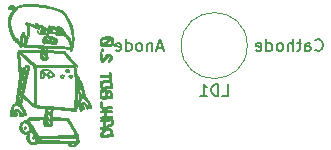
<source format=gbr>
G04 #@! TF.GenerationSoftware,KiCad,Pcbnew,(5.0.0)*
G04 #@! TF.CreationDate,2019-10-20T18:36:36-05:00*
G04 #@! TF.ProjectId,LaserDiode_Breakout_Hardware,4C6173657244696F64655F427265616B,rev?*
G04 #@! TF.SameCoordinates,Original*
G04 #@! TF.FileFunction,Legend,Bot*
G04 #@! TF.FilePolarity,Positive*
%FSLAX46Y46*%
G04 Gerber Fmt 4.6, Leading zero omitted, Abs format (unit mm)*
G04 Created by KiCad (PCBNEW (5.0.0)) date 10/20/19 18:36:36*
%MOMM*%
%LPD*%
G01*
G04 APERTURE LIST*
%ADD10C,0.150000*%
%ADD11C,0.010000*%
%ADD12C,0.120000*%
G04 APERTURE END LIST*
D10*
X-732036190Y117943333D02*
X-732512380Y117943333D01*
X-731940952Y117657619D02*
X-732274285Y118657619D01*
X-732607619Y117657619D01*
X-732940952Y118324285D02*
X-732940952Y117657619D01*
X-732940952Y118229047D02*
X-732988571Y118276666D01*
X-733083809Y118324285D01*
X-733226666Y118324285D01*
X-733321904Y118276666D01*
X-733369523Y118181428D01*
X-733369523Y117657619D01*
X-733988571Y117657619D02*
X-733893333Y117705238D01*
X-733845714Y117752857D01*
X-733798095Y117848095D01*
X-733798095Y118133809D01*
X-733845714Y118229047D01*
X-733893333Y118276666D01*
X-733988571Y118324285D01*
X-734131428Y118324285D01*
X-734226666Y118276666D01*
X-734274285Y118229047D01*
X-734321904Y118133809D01*
X-734321904Y117848095D01*
X-734274285Y117752857D01*
X-734226666Y117705238D01*
X-734131428Y117657619D01*
X-733988571Y117657619D01*
X-735179047Y117657619D02*
X-735179047Y118657619D01*
X-735179047Y117705238D02*
X-735083809Y117657619D01*
X-734893333Y117657619D01*
X-734798095Y117705238D01*
X-734750476Y117752857D01*
X-734702857Y117848095D01*
X-734702857Y118133809D01*
X-734750476Y118229047D01*
X-734798095Y118276666D01*
X-734893333Y118324285D01*
X-735083809Y118324285D01*
X-735179047Y118276666D01*
X-736036190Y117705238D02*
X-735940952Y117657619D01*
X-735750476Y117657619D01*
X-735655238Y117705238D01*
X-735607619Y117800476D01*
X-735607619Y118181428D01*
X-735655238Y118276666D01*
X-735750476Y118324285D01*
X-735940952Y118324285D01*
X-736036190Y118276666D01*
X-736083809Y118181428D01*
X-736083809Y118086190D01*
X-735607619Y117990952D01*
X-719145714Y117752857D02*
X-719098095Y117705238D01*
X-718955238Y117657619D01*
X-718860000Y117657619D01*
X-718717142Y117705238D01*
X-718621904Y117800476D01*
X-718574285Y117895714D01*
X-718526666Y118086190D01*
X-718526666Y118229047D01*
X-718574285Y118419523D01*
X-718621904Y118514761D01*
X-718717142Y118610000D01*
X-718860000Y118657619D01*
X-718955238Y118657619D01*
X-719098095Y118610000D01*
X-719145714Y118562380D01*
X-720002857Y117657619D02*
X-720002857Y118181428D01*
X-719955238Y118276666D01*
X-719860000Y118324285D01*
X-719669523Y118324285D01*
X-719574285Y118276666D01*
X-720002857Y117705238D02*
X-719907619Y117657619D01*
X-719669523Y117657619D01*
X-719574285Y117705238D01*
X-719526666Y117800476D01*
X-719526666Y117895714D01*
X-719574285Y117990952D01*
X-719669523Y118038571D01*
X-719907619Y118038571D01*
X-720002857Y118086190D01*
X-720336190Y118324285D02*
X-720717142Y118324285D01*
X-720479047Y118657619D02*
X-720479047Y117800476D01*
X-720526666Y117705238D01*
X-720621904Y117657619D01*
X-720717142Y117657619D01*
X-721050476Y117657619D02*
X-721050476Y118657619D01*
X-721479047Y117657619D02*
X-721479047Y118181428D01*
X-721431428Y118276666D01*
X-721336190Y118324285D01*
X-721193333Y118324285D01*
X-721098095Y118276666D01*
X-721050476Y118229047D01*
X-722098095Y117657619D02*
X-722002857Y117705238D01*
X-721955238Y117752857D01*
X-721907619Y117848095D01*
X-721907619Y118133809D01*
X-721955238Y118229047D01*
X-722002857Y118276666D01*
X-722098095Y118324285D01*
X-722240952Y118324285D01*
X-722336190Y118276666D01*
X-722383809Y118229047D01*
X-722431428Y118133809D01*
X-722431428Y117848095D01*
X-722383809Y117752857D01*
X-722336190Y117705238D01*
X-722240952Y117657619D01*
X-722098095Y117657619D01*
X-723288571Y117657619D02*
X-723288571Y118657619D01*
X-723288571Y117705238D02*
X-723193333Y117657619D01*
X-723002857Y117657619D01*
X-722907619Y117705238D01*
X-722860000Y117752857D01*
X-722812380Y117848095D01*
X-722812380Y118133809D01*
X-722860000Y118229047D01*
X-722907619Y118276666D01*
X-723002857Y118324285D01*
X-723193333Y118324285D01*
X-723288571Y118276666D01*
X-724145714Y117705238D02*
X-724050476Y117657619D01*
X-723860000Y117657619D01*
X-723764761Y117705238D01*
X-723717142Y117800476D01*
X-723717142Y118181428D01*
X-723764761Y118276666D01*
X-723860000Y118324285D01*
X-724050476Y118324285D01*
X-724145714Y118276666D01*
X-724193333Y118181428D01*
X-724193333Y118086190D01*
X-723717142Y117990952D01*
D11*
G04 #@! TO.C,G\002A\002A\002A*
G36*
X-742242463Y119355479D02*
X-742243880Y119346133D01*
X-742217514Y119306423D01*
X-742207473Y119301824D01*
X-742176593Y119318172D01*
X-742171067Y119346133D01*
X-742188251Y119388283D01*
X-742207473Y119390442D01*
X-742242463Y119355479D01*
X-742242463Y119355479D01*
G37*
X-742242463Y119355479D02*
X-742243880Y119346133D01*
X-742217514Y119306423D01*
X-742207473Y119301824D01*
X-742176593Y119318172D01*
X-742171067Y119346133D01*
X-742188251Y119388283D01*
X-742207473Y119390442D01*
X-742242463Y119355479D01*
G36*
X-741958423Y118978894D02*
X-742049509Y118940982D01*
X-742096342Y118906552D01*
X-742204921Y118778162D01*
X-742258590Y118630650D01*
X-742254981Y118479102D01*
X-742191725Y118338605D01*
X-742186595Y118331666D01*
X-742149150Y118292736D01*
X-742102675Y118281821D01*
X-742023612Y118295966D01*
X-741983977Y118306266D01*
X-741850210Y118337113D01*
X-741750403Y118342547D01*
X-741655025Y118320757D01*
X-741556699Y118280077D01*
X-741393885Y118223124D01*
X-741261999Y118218627D01*
X-741147993Y118267526D01*
X-741092356Y118313494D01*
X-741009481Y118424698D01*
X-741004029Y118461152D01*
X-741160935Y118461152D01*
X-741179266Y118411357D01*
X-741213422Y118393927D01*
X-741222561Y118397719D01*
X-741251216Y118445625D01*
X-741256667Y118484532D01*
X-741238307Y118541115D01*
X-741197590Y118543335D01*
X-741170998Y118514778D01*
X-741160935Y118461152D01*
X-741004029Y118461152D01*
X-740993074Y118534395D01*
X-741041871Y118640803D01*
X-741064239Y118660910D01*
X-741389318Y118660910D01*
X-741389515Y118599082D01*
X-741399145Y118557737D01*
X-741425673Y118484759D01*
X-741458233Y118467414D01*
X-741483367Y118477405D01*
X-741493551Y118491000D01*
X-742002487Y118491000D01*
X-742016034Y118450816D01*
X-742050153Y118463023D01*
X-742091409Y118521436D01*
X-742097897Y118534927D01*
X-742126973Y118612990D01*
X-742136447Y118661927D01*
X-742120995Y118669183D01*
X-742085503Y118636576D01*
X-742044418Y118582539D01*
X-742012185Y118525506D01*
X-742002487Y118491000D01*
X-741493551Y118491000D01*
X-741524294Y118532037D01*
X-741541407Y118613870D01*
X-741535143Y118677267D01*
X-741737222Y118677267D01*
X-741742068Y118583865D01*
X-741771725Y118550192D01*
X-741818300Y118576661D01*
X-741873902Y118663686D01*
X-741876928Y118669949D01*
X-741918707Y118761857D01*
X-741927265Y118807039D01*
X-741899084Y118819639D01*
X-741840867Y118814983D01*
X-741777990Y118798401D01*
X-741748365Y118753924D01*
X-741737222Y118677267D01*
X-741535143Y118677267D01*
X-741533677Y118692093D01*
X-741495652Y118714062D01*
X-741423319Y118691820D01*
X-741389318Y118660910D01*
X-741064239Y118660910D01*
X-741154610Y118742142D01*
X-741330026Y118836630D01*
X-741512361Y118905350D01*
X-741703254Y118961106D01*
X-741847473Y118985612D01*
X-741958423Y118978894D01*
X-741958423Y118978894D01*
G37*
X-741958423Y118978894D02*
X-742049509Y118940982D01*
X-742096342Y118906552D01*
X-742204921Y118778162D01*
X-742258590Y118630650D01*
X-742254981Y118479102D01*
X-742191725Y118338605D01*
X-742186595Y118331666D01*
X-742149150Y118292736D01*
X-742102675Y118281821D01*
X-742023612Y118295966D01*
X-741983977Y118306266D01*
X-741850210Y118337113D01*
X-741750403Y118342547D01*
X-741655025Y118320757D01*
X-741556699Y118280077D01*
X-741393885Y118223124D01*
X-741261999Y118218627D01*
X-741147993Y118267526D01*
X-741092356Y118313494D01*
X-741009481Y118424698D01*
X-741004029Y118461152D01*
X-741160935Y118461152D01*
X-741179266Y118411357D01*
X-741213422Y118393927D01*
X-741222561Y118397719D01*
X-741251216Y118445625D01*
X-741256667Y118484532D01*
X-741238307Y118541115D01*
X-741197590Y118543335D01*
X-741170998Y118514778D01*
X-741160935Y118461152D01*
X-741004029Y118461152D01*
X-740993074Y118534395D01*
X-741041871Y118640803D01*
X-741064239Y118660910D01*
X-741389318Y118660910D01*
X-741389515Y118599082D01*
X-741399145Y118557737D01*
X-741425673Y118484759D01*
X-741458233Y118467414D01*
X-741483367Y118477405D01*
X-741493551Y118491000D01*
X-742002487Y118491000D01*
X-742016034Y118450816D01*
X-742050153Y118463023D01*
X-742091409Y118521436D01*
X-742097897Y118534927D01*
X-742126973Y118612990D01*
X-742136447Y118661927D01*
X-742120995Y118669183D01*
X-742085503Y118636576D01*
X-742044418Y118582539D01*
X-742012185Y118525506D01*
X-742002487Y118491000D01*
X-741493551Y118491000D01*
X-741524294Y118532037D01*
X-741541407Y118613870D01*
X-741535143Y118677267D01*
X-741737222Y118677267D01*
X-741742068Y118583865D01*
X-741771725Y118550192D01*
X-741818300Y118576661D01*
X-741873902Y118663686D01*
X-741876928Y118669949D01*
X-741918707Y118761857D01*
X-741927265Y118807039D01*
X-741899084Y118819639D01*
X-741840867Y118814983D01*
X-741777990Y118798401D01*
X-741748365Y118753924D01*
X-741737222Y118677267D01*
X-741535143Y118677267D01*
X-741533677Y118692093D01*
X-741495652Y118714062D01*
X-741423319Y118691820D01*
X-741389318Y118660910D01*
X-741064239Y118660910D01*
X-741154610Y118742142D01*
X-741330026Y118836630D01*
X-741512361Y118905350D01*
X-741703254Y118961106D01*
X-741847473Y118985612D01*
X-741958423Y118978894D01*
G36*
X-740306668Y116079732D02*
X-740364581Y116007575D01*
X-740362556Y115954434D01*
X-740297981Y115904268D01*
X-740276215Y115892603D01*
X-740165647Y115848298D01*
X-740090684Y115853554D01*
X-740038982Y115910093D01*
X-740030735Y115926851D01*
X-740023202Y115952127D01*
X-740142501Y115952127D01*
X-740176436Y115959233D01*
X-740182861Y115961644D01*
X-740224332Y115988473D01*
X-740224630Y116003726D01*
X-740188804Y115999927D01*
X-740163902Y115980602D01*
X-740142501Y115952127D01*
X-740023202Y115952127D01*
X-740008978Y115999846D01*
X-740031270Y116049945D01*
X-740039927Y116058683D01*
X-740141283Y116121873D01*
X-740239774Y116122328D01*
X-740306668Y116079732D01*
X-740306668Y116079732D01*
G37*
X-740306668Y116079732D02*
X-740364581Y116007575D01*
X-740362556Y115954434D01*
X-740297981Y115904268D01*
X-740276215Y115892603D01*
X-740165647Y115848298D01*
X-740090684Y115853554D01*
X-740038982Y115910093D01*
X-740030735Y115926851D01*
X-740023202Y115952127D01*
X-740142501Y115952127D01*
X-740176436Y115959233D01*
X-740182861Y115961644D01*
X-740224332Y115988473D01*
X-740224630Y116003726D01*
X-740188804Y115999927D01*
X-740163902Y115980602D01*
X-740142501Y115952127D01*
X-740023202Y115952127D01*
X-740008978Y115999846D01*
X-740031270Y116049945D01*
X-740039927Y116058683D01*
X-740141283Y116121873D01*
X-740239774Y116122328D01*
X-740306668Y116079732D01*
G36*
X-742225759Y116149357D02*
X-742332874Y116104735D01*
X-742407143Y116018521D01*
X-742457205Y115881577D01*
X-742485626Y115729364D01*
X-742503484Y115568498D01*
X-742497773Y115462913D01*
X-742462496Y115402478D01*
X-742391656Y115377060D01*
X-742279256Y115376527D01*
X-742276886Y115376678D01*
X-742180825Y115386261D01*
X-742132240Y115408502D01*
X-742110907Y115458170D01*
X-742103333Y115503414D01*
X-742073901Y115595374D01*
X-742067949Y115600109D01*
X-742204933Y115600109D01*
X-742222065Y115519209D01*
X-742282002Y115479815D01*
X-742348867Y115471074D01*
X-742382649Y115479734D01*
X-742400708Y115519443D01*
X-742407531Y115604957D01*
X-742408133Y115665955D01*
X-742404609Y115776128D01*
X-742395491Y115856977D01*
X-742386010Y115885634D01*
X-742352819Y115879879D01*
X-742306287Y115829893D01*
X-742258244Y115754329D01*
X-742220518Y115671839D01*
X-742204938Y115601075D01*
X-742204933Y115600109D01*
X-742067949Y115600109D01*
X-742029142Y115630979D01*
X-741952207Y115619725D01*
X-741871272Y115573081D01*
X-741812496Y115509704D01*
X-741798533Y115466504D01*
X-741791100Y115415929D01*
X-741760127Y115393937D01*
X-741692602Y115398642D01*
X-741575515Y115428159D01*
X-741561467Y115432149D01*
X-741425602Y115473521D01*
X-741344117Y115509336D01*
X-741305581Y115550073D01*
X-741298568Y115606211D01*
X-741304874Y115649250D01*
X-741415972Y115649250D01*
X-741418554Y115598494D01*
X-741433006Y115589114D01*
X-741505483Y115565738D01*
X-741527600Y115558423D01*
X-741638693Y115540877D01*
X-741712163Y115576886D01*
X-741731011Y115604260D01*
X-741748360Y115672318D01*
X-741725874Y115758279D01*
X-741711410Y115790527D01*
X-741665052Y115876129D01*
X-741625659Y115902232D01*
X-741576642Y115872843D01*
X-741537736Y115832466D01*
X-741457209Y115730748D01*
X-741415972Y115649250D01*
X-741304874Y115649250D01*
X-741307224Y115665282D01*
X-741351624Y115806730D01*
X-741433092Y115910179D01*
X-741531184Y115978478D01*
X-741731858Y115978478D01*
X-741802408Y115858906D01*
X-741878552Y115765360D01*
X-741958817Y115738351D01*
X-742045345Y115778010D01*
X-742136372Y115879031D01*
X-742190387Y115964787D01*
X-742217484Y116030802D01*
X-742216837Y116052271D01*
X-742171583Y116069609D01*
X-742082979Y116070077D01*
X-741972715Y116055728D01*
X-741862478Y116028614D01*
X-741824462Y116015137D01*
X-741731858Y115978478D01*
X-741531184Y115978478D01*
X-741532389Y115979317D01*
X-741696713Y116068979D01*
X-741828275Y116124541D01*
X-741948123Y116153043D01*
X-742077164Y116161523D01*
X-742225759Y116149357D01*
X-742225759Y116149357D01*
G37*
X-742225759Y116149357D02*
X-742332874Y116104735D01*
X-742407143Y116018521D01*
X-742457205Y115881577D01*
X-742485626Y115729364D01*
X-742503484Y115568498D01*
X-742497773Y115462913D01*
X-742462496Y115402478D01*
X-742391656Y115377060D01*
X-742279256Y115376527D01*
X-742276886Y115376678D01*
X-742180825Y115386261D01*
X-742132240Y115408502D01*
X-742110907Y115458170D01*
X-742103333Y115503414D01*
X-742073901Y115595374D01*
X-742067949Y115600109D01*
X-742204933Y115600109D01*
X-742222065Y115519209D01*
X-742282002Y115479815D01*
X-742348867Y115471074D01*
X-742382649Y115479734D01*
X-742400708Y115519443D01*
X-742407531Y115604957D01*
X-742408133Y115665955D01*
X-742404609Y115776128D01*
X-742395491Y115856977D01*
X-742386010Y115885634D01*
X-742352819Y115879879D01*
X-742306287Y115829893D01*
X-742258244Y115754329D01*
X-742220518Y115671839D01*
X-742204938Y115601075D01*
X-742204933Y115600109D01*
X-742067949Y115600109D01*
X-742029142Y115630979D01*
X-741952207Y115619725D01*
X-741871272Y115573081D01*
X-741812496Y115509704D01*
X-741798533Y115466504D01*
X-741791100Y115415929D01*
X-741760127Y115393937D01*
X-741692602Y115398642D01*
X-741575515Y115428159D01*
X-741561467Y115432149D01*
X-741425602Y115473521D01*
X-741344117Y115509336D01*
X-741305581Y115550073D01*
X-741298568Y115606211D01*
X-741304874Y115649250D01*
X-741415972Y115649250D01*
X-741418554Y115598494D01*
X-741433006Y115589114D01*
X-741505483Y115565738D01*
X-741527600Y115558423D01*
X-741638693Y115540877D01*
X-741712163Y115576886D01*
X-741731011Y115604260D01*
X-741748360Y115672318D01*
X-741725874Y115758279D01*
X-741711410Y115790527D01*
X-741665052Y115876129D01*
X-741625659Y115902232D01*
X-741576642Y115872843D01*
X-741537736Y115832466D01*
X-741457209Y115730748D01*
X-741415972Y115649250D01*
X-741304874Y115649250D01*
X-741307224Y115665282D01*
X-741351624Y115806730D01*
X-741433092Y115910179D01*
X-741531184Y115978478D01*
X-741731858Y115978478D01*
X-741802408Y115858906D01*
X-741878552Y115765360D01*
X-741958817Y115738351D01*
X-742045345Y115778010D01*
X-742136372Y115879031D01*
X-742190387Y115964787D01*
X-742217484Y116030802D01*
X-742216837Y116052271D01*
X-742171583Y116069609D01*
X-742082979Y116070077D01*
X-741972715Y116055728D01*
X-741862478Y116028614D01*
X-741824462Y116015137D01*
X-741731858Y115978478D01*
X-741531184Y115978478D01*
X-741532389Y115979317D01*
X-741696713Y116068979D01*
X-741828275Y116124541D01*
X-741948123Y116153043D01*
X-742077164Y116161523D01*
X-742225759Y116149357D01*
G36*
X-740027030Y115622801D02*
X-740065720Y115563824D01*
X-740058721Y115490982D01*
X-739996065Y115419520D01*
X-739892772Y115371801D01*
X-739810581Y115385547D01*
X-739765117Y115437180D01*
X-739755721Y115475330D01*
X-739851989Y115475330D01*
X-739891634Y115481360D01*
X-739950806Y115520277D01*
X-739995908Y115557442D01*
X-739985164Y115569088D01*
X-739945963Y115570000D01*
X-739880080Y115548455D01*
X-739855886Y115519200D01*
X-739851989Y115475330D01*
X-739755721Y115475330D01*
X-739742398Y115529424D01*
X-739784029Y115600636D01*
X-739852550Y115638246D01*
X-739952642Y115652685D01*
X-740027030Y115622801D01*
X-740027030Y115622801D01*
G37*
X-740027030Y115622801D02*
X-740065720Y115563824D01*
X-740058721Y115490982D01*
X-739996065Y115419520D01*
X-739892772Y115371801D01*
X-739810581Y115385547D01*
X-739765117Y115437180D01*
X-739755721Y115475330D01*
X-739851989Y115475330D01*
X-739891634Y115481360D01*
X-739950806Y115520277D01*
X-739995908Y115557442D01*
X-739985164Y115569088D01*
X-739945963Y115570000D01*
X-739880080Y115548455D01*
X-739855886Y115519200D01*
X-739851989Y115475330D01*
X-739755721Y115475330D01*
X-739742398Y115529424D01*
X-739784029Y115600636D01*
X-739852550Y115638246D01*
X-739952642Y115652685D01*
X-740027030Y115622801D01*
G36*
X-740716551Y115646910D02*
X-740773373Y115577396D01*
X-740782015Y115520893D01*
X-740762156Y115427560D01*
X-740695768Y115372742D01*
X-740640618Y115354942D01*
X-740560131Y115351969D01*
X-740501659Y115401130D01*
X-740496684Y115408063D01*
X-740449403Y115513931D01*
X-740449797Y115516918D01*
X-740545467Y115516918D01*
X-740568017Y115475173D01*
X-740620197Y115475281D01*
X-740678798Y115516712D01*
X-740681613Y115520018D01*
X-740708463Y115570432D01*
X-740705245Y115590844D01*
X-740656741Y115599586D01*
X-740593929Y115575637D01*
X-740550168Y115534430D01*
X-740545467Y115516918D01*
X-740449797Y115516918D01*
X-740460844Y115600461D01*
X-740526038Y115656411D01*
X-740613200Y115671600D01*
X-740716551Y115646910D01*
X-740716551Y115646910D01*
G37*
X-740716551Y115646910D02*
X-740773373Y115577396D01*
X-740782015Y115520893D01*
X-740762156Y115427560D01*
X-740695768Y115372742D01*
X-740640618Y115354942D01*
X-740560131Y115351969D01*
X-740501659Y115401130D01*
X-740496684Y115408063D01*
X-740449403Y115513931D01*
X-740449797Y115516918D01*
X-740545467Y115516918D01*
X-740568017Y115475173D01*
X-740620197Y115475281D01*
X-740678798Y115516712D01*
X-740681613Y115520018D01*
X-740708463Y115570432D01*
X-740705245Y115590844D01*
X-740656741Y115599586D01*
X-740593929Y115575637D01*
X-740550168Y115534430D01*
X-740545467Y115516918D01*
X-740449797Y115516918D01*
X-740460844Y115600461D01*
X-740526038Y115656411D01*
X-740613200Y115671600D01*
X-740716551Y115646910D01*
G36*
X-743773238Y111241342D02*
X-743816577Y111178694D01*
X-743818452Y111116964D01*
X-743779394Y111069528D01*
X-743723118Y111087391D01*
X-743701840Y111106373D01*
X-743667452Y111167419D01*
X-743665595Y111230164D01*
X-743695248Y111267004D01*
X-743707853Y111268933D01*
X-743773238Y111241342D01*
X-743773238Y111241342D01*
G37*
X-743773238Y111241342D02*
X-743816577Y111178694D01*
X-743818452Y111116964D01*
X-743779394Y111069528D01*
X-743723118Y111087391D01*
X-743701840Y111106373D01*
X-743667452Y111167419D01*
X-743665595Y111230164D01*
X-743695248Y111267004D01*
X-743707853Y111268933D01*
X-743773238Y111241342D01*
G36*
X-743084032Y110405789D02*
X-743141371Y110362622D01*
X-743146708Y110311944D01*
X-743118206Y110242946D01*
X-743066088Y110235932D01*
X-743000822Y110286776D01*
X-742964236Y110356178D01*
X-742984752Y110403226D01*
X-743052186Y110413355D01*
X-743084032Y110405789D01*
X-743084032Y110405789D01*
G37*
X-743084032Y110405789D02*
X-743141371Y110362622D01*
X-743146708Y110311944D01*
X-743118206Y110242946D01*
X-743066088Y110235932D01*
X-743000822Y110286776D01*
X-742964236Y110356178D01*
X-742984752Y110403226D01*
X-743052186Y110413355D01*
X-743084032Y110405789D01*
G36*
X-736925122Y118889771D02*
X-737072965Y118874195D01*
X-737187737Y118848127D01*
X-737206723Y118840926D01*
X-737329271Y118773442D01*
X-737399006Y118688861D01*
X-737424891Y118570957D01*
X-737421083Y118452723D01*
X-737403065Y118324599D01*
X-737376178Y118209464D01*
X-737356713Y118155842D01*
X-737330269Y118107696D01*
X-737296890Y118078608D01*
X-737240267Y118063346D01*
X-737144091Y118056681D01*
X-737039916Y118054245D01*
X-736871983Y118057141D01*
X-736694373Y118069522D01*
X-736549200Y118088153D01*
X-736430730Y118110891D01*
X-736360642Y118134756D01*
X-736320508Y118172040D01*
X-736291902Y118235029D01*
X-736280544Y118267330D01*
X-736254614Y118408589D01*
X-736260502Y118518169D01*
X-736452369Y118518169D01*
X-736454069Y118460621D01*
X-736463156Y118361612D01*
X-736485677Y118308219D01*
X-736539192Y118278451D01*
X-736616933Y118256659D01*
X-736765307Y118221287D01*
X-736851855Y118211043D01*
X-736878909Y118229339D01*
X-736848801Y118279587D01*
X-736763863Y118365202D01*
X-736719219Y118406333D01*
X-736618256Y118496406D01*
X-736534921Y118567489D01*
X-736482816Y118608097D01*
X-736474383Y118613021D01*
X-736458654Y118590040D01*
X-736452369Y118518169D01*
X-736260502Y118518169D01*
X-736262779Y118560529D01*
X-736300458Y118701471D01*
X-736308333Y118715090D01*
X-736676316Y118715090D01*
X-736773625Y118611450D01*
X-736855229Y118531950D01*
X-736962639Y118436650D01*
X-737038742Y118373555D01*
X-737130723Y118302516D01*
X-737184758Y118270728D01*
X-737214192Y118273201D01*
X-737231095Y118301650D01*
X-737249622Y118380466D01*
X-737258020Y118471647D01*
X-737239811Y118569486D01*
X-737191195Y118651372D01*
X-737130981Y118690175D01*
X-737087499Y118693977D01*
X-736996917Y118699485D01*
X-736892158Y118704854D01*
X-736676316Y118715090D01*
X-736308333Y118715090D01*
X-736363067Y118809738D01*
X-736402650Y118845080D01*
X-736482971Y118872508D01*
X-736610144Y118889031D01*
X-736764188Y118894750D01*
X-736925122Y118889771D01*
X-736925122Y118889771D01*
G37*
X-736925122Y118889771D02*
X-737072965Y118874195D01*
X-737187737Y118848127D01*
X-737206723Y118840926D01*
X-737329271Y118773442D01*
X-737399006Y118688861D01*
X-737424891Y118570957D01*
X-737421083Y118452723D01*
X-737403065Y118324599D01*
X-737376178Y118209464D01*
X-737356713Y118155842D01*
X-737330269Y118107696D01*
X-737296890Y118078608D01*
X-737240267Y118063346D01*
X-737144091Y118056681D01*
X-737039916Y118054245D01*
X-736871983Y118057141D01*
X-736694373Y118069522D01*
X-736549200Y118088153D01*
X-736430730Y118110891D01*
X-736360642Y118134756D01*
X-736320508Y118172040D01*
X-736291902Y118235029D01*
X-736280544Y118267330D01*
X-736254614Y118408589D01*
X-736260502Y118518169D01*
X-736452369Y118518169D01*
X-736454069Y118460621D01*
X-736463156Y118361612D01*
X-736485677Y118308219D01*
X-736539192Y118278451D01*
X-736616933Y118256659D01*
X-736765307Y118221287D01*
X-736851855Y118211043D01*
X-736878909Y118229339D01*
X-736848801Y118279587D01*
X-736763863Y118365202D01*
X-736719219Y118406333D01*
X-736618256Y118496406D01*
X-736534921Y118567489D01*
X-736482816Y118608097D01*
X-736474383Y118613021D01*
X-736458654Y118590040D01*
X-736452369Y118518169D01*
X-736260502Y118518169D01*
X-736262779Y118560529D01*
X-736300458Y118701471D01*
X-736308333Y118715090D01*
X-736676316Y118715090D01*
X-736773625Y118611450D01*
X-736855229Y118531950D01*
X-736962639Y118436650D01*
X-737038742Y118373555D01*
X-737130723Y118302516D01*
X-737184758Y118270728D01*
X-737214192Y118273201D01*
X-737231095Y118301650D01*
X-737249622Y118380466D01*
X-737258020Y118471647D01*
X-737239811Y118569486D01*
X-737191195Y118651372D01*
X-737130981Y118690175D01*
X-737087499Y118693977D01*
X-736996917Y118699485D01*
X-736892158Y118704854D01*
X-736676316Y118715090D01*
X-736308333Y118715090D01*
X-736363067Y118809738D01*
X-736402650Y118845080D01*
X-736482971Y118872508D01*
X-736610144Y118889031D01*
X-736764188Y118894750D01*
X-736925122Y118889771D01*
G36*
X-737282970Y117848983D02*
X-737316850Y117785985D01*
X-737309686Y117698829D01*
X-737265019Y117650375D01*
X-737193569Y117636537D01*
X-737126912Y117658464D01*
X-737101547Y117691270D01*
X-737101884Y117771805D01*
X-737152343Y117839011D01*
X-737217215Y117866257D01*
X-737282970Y117848983D01*
X-737282970Y117848983D01*
G37*
X-737282970Y117848983D02*
X-737316850Y117785985D01*
X-737309686Y117698829D01*
X-737265019Y117650375D01*
X-737193569Y117636537D01*
X-737126912Y117658464D01*
X-737101547Y117691270D01*
X-737101884Y117771805D01*
X-737152343Y117839011D01*
X-737217215Y117866257D01*
X-737282970Y117848983D01*
G36*
X-737378826Y117546555D02*
X-737408594Y117514606D01*
X-737415628Y117441176D01*
X-737409917Y117370194D01*
X-737380452Y117145692D01*
X-737347371Y116960934D01*
X-737312584Y116824609D01*
X-737277998Y116745407D01*
X-737270750Y116736655D01*
X-737222315Y116697709D01*
X-737173764Y116697083D01*
X-737108000Y116725591D01*
X-737053647Y116772334D01*
X-736985538Y116857247D01*
X-736939607Y116927374D01*
X-736840569Y117074817D01*
X-736745505Y117182967D01*
X-736662399Y117244148D01*
X-736602022Y117251862D01*
X-736555431Y117204121D01*
X-736563033Y117119785D01*
X-736624276Y117002146D01*
X-736650179Y116964765D01*
X-736709229Y116867186D01*
X-736732910Y116791742D01*
X-736730535Y116771627D01*
X-736687334Y116728403D01*
X-736619856Y116738418D01*
X-736539134Y116797105D01*
X-736470087Y116879360D01*
X-736409093Y116978456D01*
X-736386820Y117057671D01*
X-736393363Y117138391D01*
X-736442057Y117279730D01*
X-736522037Y117380838D01*
X-736622800Y117429876D01*
X-736654450Y117432666D01*
X-736759234Y117415729D01*
X-736856465Y117359143D01*
X-736957630Y117254243D01*
X-737041605Y117140672D01*
X-737115192Y117041954D01*
X-737166040Y116998448D01*
X-737198283Y117013065D01*
X-737216052Y117088721D01*
X-737223479Y117228327D01*
X-737224153Y117269381D01*
X-737239095Y117414721D01*
X-737277291Y117511152D01*
X-737335019Y117552004D01*
X-737378826Y117546555D01*
X-737378826Y117546555D01*
G37*
X-737378826Y117546555D02*
X-737408594Y117514606D01*
X-737415628Y117441176D01*
X-737409917Y117370194D01*
X-737380452Y117145692D01*
X-737347371Y116960934D01*
X-737312584Y116824609D01*
X-737277998Y116745407D01*
X-737270750Y116736655D01*
X-737222315Y116697709D01*
X-737173764Y116697083D01*
X-737108000Y116725591D01*
X-737053647Y116772334D01*
X-736985538Y116857247D01*
X-736939607Y116927374D01*
X-736840569Y117074817D01*
X-736745505Y117182967D01*
X-736662399Y117244148D01*
X-736602022Y117251862D01*
X-736555431Y117204121D01*
X-736563033Y117119785D01*
X-736624276Y117002146D01*
X-736650179Y116964765D01*
X-736709229Y116867186D01*
X-736732910Y116791742D01*
X-736730535Y116771627D01*
X-736687334Y116728403D01*
X-736619856Y116738418D01*
X-736539134Y116797105D01*
X-736470087Y116879360D01*
X-736409093Y116978456D01*
X-736386820Y117057671D01*
X-736393363Y117138391D01*
X-736442057Y117279730D01*
X-736522037Y117380838D01*
X-736622800Y117429876D01*
X-736654450Y117432666D01*
X-736759234Y117415729D01*
X-736856465Y117359143D01*
X-736957630Y117254243D01*
X-737041605Y117140672D01*
X-737115192Y117041954D01*
X-737166040Y116998448D01*
X-737198283Y117013065D01*
X-737216052Y117088721D01*
X-737223479Y117228327D01*
X-737224153Y117269381D01*
X-737239095Y117414721D01*
X-737277291Y117511152D01*
X-737335019Y117552004D01*
X-737378826Y117546555D01*
G36*
X-736603903Y115894922D02*
X-736641218Y115860206D01*
X-736644802Y115786608D01*
X-736641081Y115760295D01*
X-736622694Y115646990D01*
X-736848414Y115625669D01*
X-736997105Y115614067D01*
X-737146977Y115606223D01*
X-737237356Y115604107D01*
X-737335038Y115601071D01*
X-737381277Y115586919D01*
X-737392295Y115553512D01*
X-737389756Y115527666D01*
X-737382286Y115494741D01*
X-737363069Y115473303D01*
X-737320118Y115461255D01*
X-737241447Y115456499D01*
X-737115069Y115456936D01*
X-736997934Y115459086D01*
X-736831824Y115461428D01*
X-736722016Y115459520D01*
X-736657133Y115451847D01*
X-736625800Y115436895D01*
X-736616640Y115413149D01*
X-736616471Y115408286D01*
X-736607255Y115326061D01*
X-736597096Y115279434D01*
X-736592916Y115248915D01*
X-736606770Y115226738D01*
X-736649414Y115209610D01*
X-736731608Y115194239D01*
X-736864111Y115177332D01*
X-736969870Y115165344D01*
X-737361556Y115121688D01*
X-737395575Y114995349D01*
X-737410668Y114873572D01*
X-737402719Y114733573D01*
X-737375487Y114602885D01*
X-737332733Y114509041D01*
X-737328425Y114503551D01*
X-737261227Y114469774D01*
X-737139926Y114457069D01*
X-736974891Y114465753D01*
X-736820133Y114487995D01*
X-736686001Y114506260D01*
X-736548513Y114516883D01*
X-736523800Y114517623D01*
X-736379867Y114520133D01*
X-736380075Y114731800D01*
X-736385548Y114817112D01*
X-736549719Y114817112D01*
X-736550470Y114760762D01*
X-736559586Y114719705D01*
X-736586564Y114690888D01*
X-736640897Y114671262D01*
X-736732082Y114657777D01*
X-736869612Y114647381D01*
X-737062984Y114637026D01*
X-737119122Y114634189D01*
X-737198769Y114659825D01*
X-737233487Y114708136D01*
X-737254928Y114811615D01*
X-737231802Y114904656D01*
X-737171211Y114964650D01*
X-737150628Y114971938D01*
X-737078146Y114985092D01*
X-736963872Y115000778D01*
X-736842169Y115014572D01*
X-736701802Y115024235D01*
X-736615180Y115012565D01*
X-736569516Y114970928D01*
X-736552026Y114890691D01*
X-736549719Y114817112D01*
X-736385548Y114817112D01*
X-736389146Y114873187D01*
X-736412857Y114993201D01*
X-736431235Y115041164D01*
X-736459074Y115119305D01*
X-736456790Y115174903D01*
X-736455690Y115176630D01*
X-736437285Y115237686D01*
X-736435125Y115299067D01*
X-736439413Y115376688D01*
X-736444691Y115494817D01*
X-736449238Y115612261D01*
X-736464158Y115769997D01*
X-736496724Y115865676D01*
X-736549052Y115903170D01*
X-736603903Y115894922D01*
X-736603903Y115894922D01*
G37*
X-736603903Y115894922D02*
X-736641218Y115860206D01*
X-736644802Y115786608D01*
X-736641081Y115760295D01*
X-736622694Y115646990D01*
X-736848414Y115625669D01*
X-736997105Y115614067D01*
X-737146977Y115606223D01*
X-737237356Y115604107D01*
X-737335038Y115601071D01*
X-737381277Y115586919D01*
X-737392295Y115553512D01*
X-737389756Y115527666D01*
X-737382286Y115494741D01*
X-737363069Y115473303D01*
X-737320118Y115461255D01*
X-737241447Y115456499D01*
X-737115069Y115456936D01*
X-736997934Y115459086D01*
X-736831824Y115461428D01*
X-736722016Y115459520D01*
X-736657133Y115451847D01*
X-736625800Y115436895D01*
X-736616640Y115413149D01*
X-736616471Y115408286D01*
X-736607255Y115326061D01*
X-736597096Y115279434D01*
X-736592916Y115248915D01*
X-736606770Y115226738D01*
X-736649414Y115209610D01*
X-736731608Y115194239D01*
X-736864111Y115177332D01*
X-736969870Y115165344D01*
X-737361556Y115121688D01*
X-737395575Y114995349D01*
X-737410668Y114873572D01*
X-737402719Y114733573D01*
X-737375487Y114602885D01*
X-737332733Y114509041D01*
X-737328425Y114503551D01*
X-737261227Y114469774D01*
X-737139926Y114457069D01*
X-736974891Y114465753D01*
X-736820133Y114487995D01*
X-736686001Y114506260D01*
X-736548513Y114516883D01*
X-736523800Y114517623D01*
X-736379867Y114520133D01*
X-736380075Y114731800D01*
X-736385548Y114817112D01*
X-736549719Y114817112D01*
X-736550470Y114760762D01*
X-736559586Y114719705D01*
X-736586564Y114690888D01*
X-736640897Y114671262D01*
X-736732082Y114657777D01*
X-736869612Y114647381D01*
X-737062984Y114637026D01*
X-737119122Y114634189D01*
X-737198769Y114659825D01*
X-737233487Y114708136D01*
X-737254928Y114811615D01*
X-737231802Y114904656D01*
X-737171211Y114964650D01*
X-737150628Y114971938D01*
X-737078146Y114985092D01*
X-736963872Y115000778D01*
X-736842169Y115014572D01*
X-736701802Y115024235D01*
X-736615180Y115012565D01*
X-736569516Y114970928D01*
X-736552026Y114890691D01*
X-736549719Y114817112D01*
X-736385548Y114817112D01*
X-736389146Y114873187D01*
X-736412857Y114993201D01*
X-736431235Y115041164D01*
X-736459074Y115119305D01*
X-736456790Y115174903D01*
X-736455690Y115176630D01*
X-736437285Y115237686D01*
X-736435125Y115299067D01*
X-736439413Y115376688D01*
X-736444691Y115494817D01*
X-736449238Y115612261D01*
X-736464158Y115769997D01*
X-736496724Y115865676D01*
X-736549052Y115903170D01*
X-736603903Y115894922D01*
G36*
X-737226623Y114388022D02*
X-737322553Y114359664D01*
X-737363493Y114332068D01*
X-737382156Y114275053D01*
X-737393785Y114171095D01*
X-737398404Y114040613D01*
X-737396039Y113904028D01*
X-737386712Y113781760D01*
X-737370450Y113694230D01*
X-737362703Y113674780D01*
X-737322473Y113630349D01*
X-737252337Y113614089D01*
X-737183419Y113614967D01*
X-737087227Y113619236D01*
X-736946135Y113624395D01*
X-736782958Y113629641D01*
X-736688596Y113632368D01*
X-736336925Y113642070D01*
X-736353391Y113847209D01*
X-736523740Y113847209D01*
X-736554040Y113817247D01*
X-736624473Y113809239D01*
X-736669268Y113808933D01*
X-736823203Y113808933D01*
X-736800277Y113935933D01*
X-736765379Y114075160D01*
X-736737542Y114123466D01*
X-736947533Y114123466D01*
X-736973653Y113985917D01*
X-736993530Y113919000D01*
X-737027483Y113842794D01*
X-737080336Y113813047D01*
X-737144493Y113808933D01*
X-737260400Y113808933D01*
X-737260400Y113996038D01*
X-737257405Y114105141D01*
X-737242967Y114166538D01*
X-737208902Y114200178D01*
X-737169487Y114217708D01*
X-737076566Y114240353D01*
X-737008620Y114242270D01*
X-736959150Y114208089D01*
X-736947533Y114123466D01*
X-736737542Y114123466D01*
X-736719679Y114154462D01*
X-736658692Y114181353D01*
X-736653629Y114181467D01*
X-736606232Y114159880D01*
X-736569443Y114087505D01*
X-736553221Y114031003D01*
X-736525993Y113913627D01*
X-736523740Y113847209D01*
X-736353391Y113847209D01*
X-736354390Y113859647D01*
X-736374751Y113998886D01*
X-736409132Y114131668D01*
X-736438780Y114205545D01*
X-736484258Y114282951D01*
X-736531498Y114320977D01*
X-736606100Y114333934D01*
X-736671386Y114335595D01*
X-736786673Y114345125D01*
X-736884746Y114367162D01*
X-736913229Y114379100D01*
X-736995667Y114400487D01*
X-737108897Y114402545D01*
X-737226623Y114388022D01*
X-737226623Y114388022D01*
G37*
X-737226623Y114388022D02*
X-737322553Y114359664D01*
X-737363493Y114332068D01*
X-737382156Y114275053D01*
X-737393785Y114171095D01*
X-737398404Y114040613D01*
X-737396039Y113904028D01*
X-737386712Y113781760D01*
X-737370450Y113694230D01*
X-737362703Y113674780D01*
X-737322473Y113630349D01*
X-737252337Y113614089D01*
X-737183419Y113614967D01*
X-737087227Y113619236D01*
X-736946135Y113624395D01*
X-736782958Y113629641D01*
X-736688596Y113632368D01*
X-736336925Y113642070D01*
X-736353391Y113847209D01*
X-736523740Y113847209D01*
X-736554040Y113817247D01*
X-736624473Y113809239D01*
X-736669268Y113808933D01*
X-736823203Y113808933D01*
X-736800277Y113935933D01*
X-736765379Y114075160D01*
X-736737542Y114123466D01*
X-736947533Y114123466D01*
X-736973653Y113985917D01*
X-736993530Y113919000D01*
X-737027483Y113842794D01*
X-737080336Y113813047D01*
X-737144493Y113808933D01*
X-737260400Y113808933D01*
X-737260400Y113996038D01*
X-737257405Y114105141D01*
X-737242967Y114166538D01*
X-737208902Y114200178D01*
X-737169487Y114217708D01*
X-737076566Y114240353D01*
X-737008620Y114242270D01*
X-736959150Y114208089D01*
X-736947533Y114123466D01*
X-736737542Y114123466D01*
X-736719679Y114154462D01*
X-736658692Y114181353D01*
X-736653629Y114181467D01*
X-736606232Y114159880D01*
X-736569443Y114087505D01*
X-736553221Y114031003D01*
X-736525993Y113913627D01*
X-736523740Y113847209D01*
X-736353391Y113847209D01*
X-736354390Y113859647D01*
X-736374751Y113998886D01*
X-736409132Y114131668D01*
X-736438780Y114205545D01*
X-736484258Y114282951D01*
X-736531498Y114320977D01*
X-736606100Y114333934D01*
X-736671386Y114335595D01*
X-736786673Y114345125D01*
X-736884746Y114367162D01*
X-736913229Y114379100D01*
X-736995667Y114400487D01*
X-737108897Y114402545D01*
X-737226623Y114388022D01*
G36*
X-737362905Y113370946D02*
X-737375547Y113343266D01*
X-737372888Y113288091D01*
X-737369539Y113189541D01*
X-737367080Y113101485D01*
X-737345606Y112932308D01*
X-737288241Y112819042D01*
X-737190415Y112758089D01*
X-737047561Y112745852D01*
X-736934805Y112761068D01*
X-736818748Y112779101D01*
X-736676264Y112795597D01*
X-736597754Y112802466D01*
X-736466017Y112821998D01*
X-736393319Y112855268D01*
X-736382596Y112899882D01*
X-736423640Y112944383D01*
X-736493235Y112965469D01*
X-736619081Y112965587D01*
X-736707700Y112957542D01*
X-736848391Y112943773D01*
X-736981826Y112933795D01*
X-737065667Y112930139D01*
X-737192667Y112928400D01*
X-737193129Y113089266D01*
X-737199851Y113245733D01*
X-737220903Y113343370D01*
X-737259238Y113390119D01*
X-737307148Y113395843D01*
X-737362905Y113370946D01*
X-737362905Y113370946D01*
G37*
X-737362905Y113370946D02*
X-737375547Y113343266D01*
X-737372888Y113288091D01*
X-737369539Y113189541D01*
X-737367080Y113101485D01*
X-737345606Y112932308D01*
X-737288241Y112819042D01*
X-737190415Y112758089D01*
X-737047561Y112745852D01*
X-736934805Y112761068D01*
X-736818748Y112779101D01*
X-736676264Y112795597D01*
X-736597754Y112802466D01*
X-736466017Y112821998D01*
X-736393319Y112855268D01*
X-736382596Y112899882D01*
X-736423640Y112944383D01*
X-736493235Y112965469D01*
X-736619081Y112965587D01*
X-736707700Y112957542D01*
X-736848391Y112943773D01*
X-736981826Y112933795D01*
X-737065667Y112930139D01*
X-737192667Y112928400D01*
X-737193129Y113089266D01*
X-737199851Y113245733D01*
X-737220903Y113343370D01*
X-737259238Y113390119D01*
X-737307148Y113395843D01*
X-737362905Y113370946D01*
G36*
X-737091743Y112622297D02*
X-737237054Y112617925D01*
X-737330802Y112609785D01*
X-737381051Y112597180D01*
X-737395867Y112579573D01*
X-737365701Y112506972D01*
X-737280145Y112464163D01*
X-737185893Y112454266D01*
X-737057200Y112454266D01*
X-737057200Y112284933D01*
X-737062601Y112177330D01*
X-737089008Y112122584D01*
X-737151731Y112106061D01*
X-737239514Y112110634D01*
X-737324599Y112096774D01*
X-737369291Y112047023D01*
X-737360097Y111976577D01*
X-737345376Y111950725D01*
X-737326480Y111933055D01*
X-737293065Y111923255D01*
X-737234786Y111921013D01*
X-737141301Y111926017D01*
X-737002265Y111937954D01*
X-736807334Y111956512D01*
X-736780534Y111959088D01*
X-736623338Y111975945D01*
X-736491503Y111993375D01*
X-736399317Y112009265D01*
X-736361484Y112021006D01*
X-736351655Y112068887D01*
X-736359540Y112102034D01*
X-736379983Y112131002D01*
X-736422995Y112145584D01*
X-736503520Y112147841D01*
X-736634657Y112139973D01*
X-736887867Y112120823D01*
X-736887867Y112446863D01*
X-736636146Y112459575D01*
X-736488821Y112469716D01*
X-736398909Y112484777D01*
X-736356092Y112508897D01*
X-736350054Y112546217D01*
X-736357687Y112571339D01*
X-736375196Y112591884D01*
X-736415957Y112606385D01*
X-736489823Y112615816D01*
X-736606649Y112621151D01*
X-736776289Y112623361D01*
X-736886804Y112623600D01*
X-737091743Y112622297D01*
X-737091743Y112622297D01*
G37*
X-737091743Y112622297D02*
X-737237054Y112617925D01*
X-737330802Y112609785D01*
X-737381051Y112597180D01*
X-737395867Y112579573D01*
X-737365701Y112506972D01*
X-737280145Y112464163D01*
X-737185893Y112454266D01*
X-737057200Y112454266D01*
X-737057200Y112284933D01*
X-737062601Y112177330D01*
X-737089008Y112122584D01*
X-737151731Y112106061D01*
X-737239514Y112110634D01*
X-737324599Y112096774D01*
X-737369291Y112047023D01*
X-737360097Y111976577D01*
X-737345376Y111950725D01*
X-737326480Y111933055D01*
X-737293065Y111923255D01*
X-737234786Y111921013D01*
X-737141301Y111926017D01*
X-737002265Y111937954D01*
X-736807334Y111956512D01*
X-736780534Y111959088D01*
X-736623338Y111975945D01*
X-736491503Y111993375D01*
X-736399317Y112009265D01*
X-736361484Y112021006D01*
X-736351655Y112068887D01*
X-736359540Y112102034D01*
X-736379983Y112131002D01*
X-736422995Y112145584D01*
X-736503520Y112147841D01*
X-736634657Y112139973D01*
X-736887867Y112120823D01*
X-736887867Y112446863D01*
X-736636146Y112459575D01*
X-736488821Y112469716D01*
X-736398909Y112484777D01*
X-736356092Y112508897D01*
X-736350054Y112546217D01*
X-736357687Y112571339D01*
X-736375196Y112591884D01*
X-736415957Y112606385D01*
X-736489823Y112615816D01*
X-736606649Y112621151D01*
X-736776289Y112623361D01*
X-736886804Y112623600D01*
X-737091743Y112622297D01*
G36*
X-736805589Y111915736D02*
X-736961356Y111906386D01*
X-737112491Y111893435D01*
X-737242537Y111878043D01*
X-737335037Y111861371D01*
X-737371577Y111847328D01*
X-737391397Y111795430D01*
X-737358590Y111746130D01*
X-737287174Y111714127D01*
X-737239843Y111709200D01*
X-737158768Y111700473D01*
X-737127323Y111668244D01*
X-737124934Y111646193D01*
X-737120434Y111574380D01*
X-737109156Y111469975D01*
X-737104083Y111431067D01*
X-737083233Y111278947D01*
X-737239550Y111239586D01*
X-737349015Y111198875D01*
X-737394322Y111149223D01*
X-737373976Y111092803D01*
X-737353534Y111073817D01*
X-737290279Y111059221D01*
X-737172997Y111076308D01*
X-737128353Y111087201D01*
X-737025278Y111110321D01*
X-736951421Y111120117D01*
X-736927975Y111117131D01*
X-736936379Y111100883D01*
X-736949858Y111099600D01*
X-737011899Y111073294D01*
X-737095827Y111004240D01*
X-737187799Y110907233D01*
X-737273971Y110797066D01*
X-737340499Y110688535D01*
X-737347105Y110675061D01*
X-737401304Y110543750D01*
X-737411778Y110459108D01*
X-737373902Y110412496D01*
X-737283052Y110395276D01*
X-737197510Y110395592D01*
X-737080254Y110399724D01*
X-736920434Y110404983D01*
X-736743193Y110410554D01*
X-736638958Y110413706D01*
X-736477807Y110419055D01*
X-736373091Y110425470D01*
X-736313534Y110435719D01*
X-736287862Y110452571D01*
X-736284796Y110478795D01*
X-736288993Y110499647D01*
X-736305152Y110573515D01*
X-736309548Y110594575D01*
X-736474487Y110594575D01*
X-736740443Y110582969D01*
X-736881319Y110576474D01*
X-737006949Y110570073D01*
X-737092695Y110565031D01*
X-737099534Y110564549D01*
X-737166995Y110566890D01*
X-737192667Y110581038D01*
X-737171156Y110633558D01*
X-737117468Y110712376D01*
X-737047868Y110796447D01*
X-736978623Y110864728D01*
X-736964958Y110875613D01*
X-736875598Y110920706D01*
X-736761387Y110952011D01*
X-736734794Y110955840D01*
X-736637070Y110958251D01*
X-736573648Y110930613D01*
X-736532407Y110860834D01*
X-736501230Y110736821D01*
X-736497916Y110719464D01*
X-736474487Y110594575D01*
X-736309548Y110594575D01*
X-736328505Y110685386D01*
X-736346602Y110774373D01*
X-736394229Y110941690D01*
X-736463504Y111051543D01*
X-736564055Y111113126D01*
X-736705510Y111135632D01*
X-736725461Y111136140D01*
X-736814553Y111140528D01*
X-736858549Y111149094D01*
X-736854000Y111157069D01*
X-736751999Y111200265D01*
X-736626480Y111262376D01*
X-736498695Y111331841D01*
X-736389898Y111397096D01*
X-736321342Y111446580D01*
X-736320600Y111447262D01*
X-736257693Y111545481D01*
X-736244400Y111642121D01*
X-736253228Y111685746D01*
X-736391918Y111685746D01*
X-736406469Y111630330D01*
X-736419234Y111607708D01*
X-736470708Y111557656D01*
X-736563959Y111494366D01*
X-736677764Y111429482D01*
X-736790900Y111374645D01*
X-736882147Y111341497D01*
X-736913267Y111336693D01*
X-736940062Y111365375D01*
X-736953540Y111454210D01*
X-736955600Y111535491D01*
X-736955600Y111734315D01*
X-736713794Y111758142D01*
X-736576371Y111768175D01*
X-736489550Y111764238D01*
X-736437382Y111744947D01*
X-736422961Y111732941D01*
X-736391918Y111685746D01*
X-736253228Y111685746D01*
X-736269536Y111766322D01*
X-736348237Y111854852D01*
X-736475075Y111910567D01*
X-736545991Y111918987D01*
X-736661649Y111920323D01*
X-736805589Y111915736D01*
X-736805589Y111915736D01*
G37*
X-736805589Y111915736D02*
X-736961356Y111906386D01*
X-737112491Y111893435D01*
X-737242537Y111878043D01*
X-737335037Y111861371D01*
X-737371577Y111847328D01*
X-737391397Y111795430D01*
X-737358590Y111746130D01*
X-737287174Y111714127D01*
X-737239843Y111709200D01*
X-737158768Y111700473D01*
X-737127323Y111668244D01*
X-737124934Y111646193D01*
X-737120434Y111574380D01*
X-737109156Y111469975D01*
X-737104083Y111431067D01*
X-737083233Y111278947D01*
X-737239550Y111239586D01*
X-737349015Y111198875D01*
X-737394322Y111149223D01*
X-737373976Y111092803D01*
X-737353534Y111073817D01*
X-737290279Y111059221D01*
X-737172997Y111076308D01*
X-737128353Y111087201D01*
X-737025278Y111110321D01*
X-736951421Y111120117D01*
X-736927975Y111117131D01*
X-736936379Y111100883D01*
X-736949858Y111099600D01*
X-737011899Y111073294D01*
X-737095827Y111004240D01*
X-737187799Y110907233D01*
X-737273971Y110797066D01*
X-737340499Y110688535D01*
X-737347105Y110675061D01*
X-737401304Y110543750D01*
X-737411778Y110459108D01*
X-737373902Y110412496D01*
X-737283052Y110395276D01*
X-737197510Y110395592D01*
X-737080254Y110399724D01*
X-736920434Y110404983D01*
X-736743193Y110410554D01*
X-736638958Y110413706D01*
X-736477807Y110419055D01*
X-736373091Y110425470D01*
X-736313534Y110435719D01*
X-736287862Y110452571D01*
X-736284796Y110478795D01*
X-736288993Y110499647D01*
X-736305152Y110573515D01*
X-736309548Y110594575D01*
X-736474487Y110594575D01*
X-736740443Y110582969D01*
X-736881319Y110576474D01*
X-737006949Y110570073D01*
X-737092695Y110565031D01*
X-737099534Y110564549D01*
X-737166995Y110566890D01*
X-737192667Y110581038D01*
X-737171156Y110633558D01*
X-737117468Y110712376D01*
X-737047868Y110796447D01*
X-736978623Y110864728D01*
X-736964958Y110875613D01*
X-736875598Y110920706D01*
X-736761387Y110952011D01*
X-736734794Y110955840D01*
X-736637070Y110958251D01*
X-736573648Y110930613D01*
X-736532407Y110860834D01*
X-736501230Y110736821D01*
X-736497916Y110719464D01*
X-736474487Y110594575D01*
X-736309548Y110594575D01*
X-736328505Y110685386D01*
X-736346602Y110774373D01*
X-736394229Y110941690D01*
X-736463504Y111051543D01*
X-736564055Y111113126D01*
X-736705510Y111135632D01*
X-736725461Y111136140D01*
X-736814553Y111140528D01*
X-736858549Y111149094D01*
X-736854000Y111157069D01*
X-736751999Y111200265D01*
X-736626480Y111262376D01*
X-736498695Y111331841D01*
X-736389898Y111397096D01*
X-736321342Y111446580D01*
X-736320600Y111447262D01*
X-736257693Y111545481D01*
X-736244400Y111642121D01*
X-736253228Y111685746D01*
X-736391918Y111685746D01*
X-736406469Y111630330D01*
X-736419234Y111607708D01*
X-736470708Y111557656D01*
X-736563959Y111494366D01*
X-736677764Y111429482D01*
X-736790900Y111374645D01*
X-736882147Y111341497D01*
X-736913267Y111336693D01*
X-736940062Y111365375D01*
X-736953540Y111454210D01*
X-736955600Y111535491D01*
X-736955600Y111734315D01*
X-736713794Y111758142D01*
X-736576371Y111768175D01*
X-736489550Y111764238D01*
X-736437382Y111744947D01*
X-736422961Y111732941D01*
X-736391918Y111685746D01*
X-736253228Y111685746D01*
X-736269536Y111766322D01*
X-736348237Y111854852D01*
X-736475075Y111910567D01*
X-736545991Y111918987D01*
X-736661649Y111920323D01*
X-736805589Y111915736D01*
G36*
X-743410245Y121654745D02*
X-743593044Y121638015D01*
X-743807741Y121605715D01*
X-744011551Y121568777D01*
X-744181035Y121533315D01*
X-744298250Y121499336D01*
X-744378312Y121461432D01*
X-744432385Y121418209D01*
X-744519800Y121330794D01*
X-744573715Y121378133D01*
X-744812667Y121378133D01*
X-744829600Y121361200D01*
X-744846534Y121378133D01*
X-744982000Y121378133D01*
X-744998934Y121361200D01*
X-745015867Y121378133D01*
X-744998934Y121395066D01*
X-744982000Y121378133D01*
X-744846534Y121378133D01*
X-744829600Y121395066D01*
X-744812667Y121378133D01*
X-744573715Y121378133D01*
X-744633545Y121430664D01*
X-744760412Y121511561D01*
X-744860078Y121530533D01*
X-744982613Y121505763D01*
X-745082579Y121440974D01*
X-745142187Y121350454D01*
X-745151334Y121296653D01*
X-745140889Y121206220D01*
X-745105667Y121175026D01*
X-745047216Y121193214D01*
X-744969859Y121203293D01*
X-744867238Y121178613D01*
X-744783847Y121136433D01*
X-744794827Y121107659D01*
X-744836532Y121044710D01*
X-744858270Y121015424D01*
X-745026440Y120740676D01*
X-745133318Y120441675D01*
X-745176883Y120126955D01*
X-745155113Y119805049D01*
X-745150801Y119780915D01*
X-745110512Y119600158D01*
X-745056121Y119406146D01*
X-744991844Y119209286D01*
X-744921903Y119019987D01*
X-744850513Y118848658D01*
X-744781896Y118705708D01*
X-744720268Y118601545D01*
X-744669849Y118546578D01*
X-744648314Y118541112D01*
X-744611868Y118519906D01*
X-744591866Y118480430D01*
X-744553068Y118429765D01*
X-744510740Y118430821D01*
X-744457929Y118423734D01*
X-744404732Y118361267D01*
X-744387236Y118330637D01*
X-744330873Y118252430D01*
X-744273645Y118213066D01*
X-744263099Y118211600D01*
X-744218494Y118191779D01*
X-744203301Y118123150D01*
X-744203067Y118107750D01*
X-744196104Y118035851D01*
X-744162540Y118012242D01*
X-744109934Y118014617D01*
X-744039787Y118036741D01*
X-744019183Y118090169D01*
X-744019271Y118099498D01*
X-744021741Y118173663D01*
X-743923539Y118091032D01*
X-743849391Y118036188D01*
X-743792484Y118006913D01*
X-743785602Y118005613D01*
X-743728083Y118001343D01*
X-743635329Y117994256D01*
X-743610400Y117992329D01*
X-743529577Y117987332D01*
X-743396531Y117980510D01*
X-743226722Y117972599D01*
X-743035611Y117964334D01*
X-742934856Y117960216D01*
X-742751141Y117952184D01*
X-742592723Y117943966D01*
X-742471280Y117936273D01*
X-742398492Y117929813D01*
X-742382874Y117926696D01*
X-742381435Y117889020D01*
X-742393684Y117824294D01*
X-742416398Y117733795D01*
X-743340384Y117739617D01*
X-743584828Y117740385D01*
X-743807555Y117739612D01*
X-743999440Y117737447D01*
X-744151363Y117734040D01*
X-744254199Y117729542D01*
X-744298827Y117724102D01*
X-744299307Y117723846D01*
X-744346653Y117670115D01*
X-744391991Y117583350D01*
X-744422161Y117493677D01*
X-744425404Y117435157D01*
X-744415610Y117377683D01*
X-744401771Y117263885D01*
X-744384884Y117104983D01*
X-744365944Y116912200D01*
X-744345949Y116696755D01*
X-744325896Y116469871D01*
X-744306782Y116242769D01*
X-744289603Y116026669D01*
X-744275357Y115832792D01*
X-744265041Y115672361D01*
X-744260350Y115577315D01*
X-744257602Y115430580D01*
X-744260663Y115310516D01*
X-744268833Y115232251D01*
X-744277310Y115210377D01*
X-744294671Y115167878D01*
X-744301644Y115084082D01*
X-744300954Y115050662D01*
X-744304420Y114932801D01*
X-744320593Y114792032D01*
X-744332775Y114723333D01*
X-744354050Y114608549D01*
X-744381570Y114443542D01*
X-744412790Y114245249D01*
X-744445167Y114030608D01*
X-744476154Y113816555D01*
X-744503208Y113620028D01*
X-744523783Y113457965D01*
X-744526826Y113431798D01*
X-744542231Y113321784D01*
X-744566999Y113255606D01*
X-744616744Y113209656D01*
X-744706019Y113160865D01*
X-744807341Y113100633D01*
X-744869079Y113032763D01*
X-744915155Y112929561D01*
X-744921461Y112911466D01*
X-744959753Y112746117D01*
X-744973109Y112539067D01*
X-744972261Y112454841D01*
X-744965067Y112167548D01*
X-744720357Y112162512D01*
X-744564472Y112164813D01*
X-744467900Y112183924D01*
X-744422981Y112226537D01*
X-744422055Y112299349D01*
X-744452609Y112396507D01*
X-744491711Y112504699D01*
X-744503260Y112563413D01*
X-744485884Y112585643D01*
X-744438208Y112584380D01*
X-744432831Y112583622D01*
X-744358901Y112544688D01*
X-744286379Y112464063D01*
X-744231726Y112366097D01*
X-744211404Y112275136D01*
X-744213137Y112258680D01*
X-744208974Y112187142D01*
X-744158939Y112151117D01*
X-744058186Y112149238D01*
X-743919553Y112175751D01*
X-743777219Y112218100D01*
X-743679034Y112263244D01*
X-743632389Y112306571D01*
X-743644678Y112343471D01*
X-743647520Y112345425D01*
X-743669564Y112378066D01*
X-743898529Y112378066D01*
X-743914791Y112326064D01*
X-743954228Y112324355D01*
X-744001772Y112367330D01*
X-744035026Y112428866D01*
X-744124345Y112589866D01*
X-744239910Y112695238D01*
X-744374893Y112741252D01*
X-744522465Y112724176D01*
X-744553953Y112712419D01*
X-744656003Y112642482D01*
X-744702597Y112548126D01*
X-744688071Y112442223D01*
X-744680080Y112425781D01*
X-744647827Y112354679D01*
X-744655313Y112324194D01*
X-744690184Y112318800D01*
X-744735493Y112348875D01*
X-744764182Y112428420D01*
X-744776916Y112541415D01*
X-744774363Y112671840D01*
X-744757188Y112803675D01*
X-744726059Y112920900D01*
X-744681641Y113007496D01*
X-744660603Y113029721D01*
X-744564004Y113069500D01*
X-744440725Y113064362D01*
X-744311990Y113017276D01*
X-744242267Y112971179D01*
X-744167824Y112893179D01*
X-744085546Y112779368D01*
X-744006700Y112649188D01*
X-743942555Y112522082D01*
X-743904379Y112417494D01*
X-743898529Y112378066D01*
X-743669564Y112378066D01*
X-743676795Y112388772D01*
X-743714870Y112476550D01*
X-743745862Y112566155D01*
X-743801523Y112706118D01*
X-743879656Y112857294D01*
X-743935778Y112946426D01*
X-744064472Y113130142D01*
X-744051646Y113209951D01*
X-744245287Y113209951D01*
X-744293091Y113205038D01*
X-744296200Y113205606D01*
X-744346615Y113247596D01*
X-744365042Y113318156D01*
X-744374618Y113419466D01*
X-744306529Y113334800D01*
X-744249698Y113252345D01*
X-744245287Y113209951D01*
X-744051646Y113209951D01*
X-744030337Y113342538D01*
X-744003680Y113503896D01*
X-743983679Y113609640D01*
X-743968931Y113664868D01*
X-744113556Y113664868D01*
X-744121878Y113577415D01*
X-744137662Y113487428D01*
X-744153493Y113454885D01*
X-744176974Y113469922D01*
X-744190843Y113487913D01*
X-744226295Y113570182D01*
X-744236934Y113644074D01*
X-744248070Y113719844D01*
X-744270800Y113758133D01*
X-744294919Y113804701D01*
X-744304224Y113882959D01*
X-744297032Y113958147D01*
X-744282018Y113989627D01*
X-744254081Y113976579D01*
X-744208054Y113918128D01*
X-744179186Y113871113D01*
X-744127921Y113762565D01*
X-744113556Y113664868D01*
X-743968931Y113664868D01*
X-743967244Y113671182D01*
X-743951287Y113699938D01*
X-743932720Y113707320D01*
X-743931629Y113707333D01*
X-743894028Y113685700D01*
X-743819635Y113627479D01*
X-743720808Y113542688D01*
X-743652874Y113481344D01*
X-743517433Y113361324D01*
X-743371332Y113239094D01*
X-743240032Y113135765D01*
X-743204000Y113109202D01*
X-743096783Y113030849D01*
X-743006522Y112962678D01*
X-742951799Y112918741D01*
X-742950000Y112917136D01*
X-742893651Y112894045D01*
X-742779207Y112869512D01*
X-742616231Y112845272D01*
X-742449951Y112826515D01*
X-742266836Y112807282D01*
X-742141579Y112790938D01*
X-742064500Y112775244D01*
X-742025918Y112757964D01*
X-742016152Y112736858D01*
X-742018193Y112726692D01*
X-742031018Y112666164D01*
X-742048217Y112559831D01*
X-742066866Y112429228D01*
X-742084043Y112295891D01*
X-742096824Y112181353D01*
X-742102288Y112107149D01*
X-742102288Y112107133D01*
X-742107472Y112086611D01*
X-742128058Y112071434D01*
X-742172837Y112060806D01*
X-742250602Y112053930D01*
X-742370145Y112050013D01*
X-742540257Y112048257D01*
X-742757205Y112047866D01*
X-743411076Y112047866D01*
X-743519205Y111958288D01*
X-743587026Y111893795D01*
X-743624707Y111841837D01*
X-743627433Y111831288D01*
X-743657249Y111805687D01*
X-743730209Y111791951D01*
X-743743323Y111791436D01*
X-743884106Y111757014D01*
X-744010751Y111669147D01*
X-744115983Y111541775D01*
X-744192528Y111388837D01*
X-744233113Y111224273D01*
X-744230464Y111062023D01*
X-744189157Y110937051D01*
X-744074074Y110776861D01*
X-743926303Y110675715D01*
X-743750100Y110632877D01*
X-743566568Y110617657D01*
X-743596951Y110511719D01*
X-743622423Y110318849D01*
X-743593464Y110130451D01*
X-743514664Y109964696D01*
X-743436204Y109875299D01*
X-743329330Y109809991D01*
X-743193528Y109767508D01*
X-743049313Y109749751D01*
X-742917202Y109758625D01*
X-742817708Y109796032D01*
X-742794768Y109815796D01*
X-742775720Y109835184D01*
X-742752705Y109850476D01*
X-742718461Y109861950D01*
X-742665731Y109869886D01*
X-742587253Y109874564D01*
X-742475769Y109876262D01*
X-742324018Y109875259D01*
X-742124741Y109871836D01*
X-741870677Y109866270D01*
X-741629586Y109860617D01*
X-741352422Y109854414D01*
X-741087779Y109849152D01*
X-740845716Y109844981D01*
X-740636291Y109842051D01*
X-740469563Y109840512D01*
X-740355592Y109840515D01*
X-740322226Y109841119D01*
X-740115918Y109847662D01*
X-740062483Y109711631D01*
X-740009049Y109575600D01*
X-739753194Y109575600D01*
X-739622403Y109576926D01*
X-739542135Y109584600D01*
X-739495187Y109604166D01*
X-739464354Y109641168D01*
X-739446181Y109674530D01*
X-739382342Y109762678D01*
X-739364533Y109779413D01*
X-739586998Y109779413D01*
X-739603227Y109754605D01*
X-739667039Y109724309D01*
X-739759537Y109727959D01*
X-739853216Y109761677D01*
X-739900337Y109796489D01*
X-739928398Y109832769D01*
X-739902627Y109845401D01*
X-739862691Y109846533D01*
X-739763261Y109839585D01*
X-739668624Y109825258D01*
X-739599421Y109805617D01*
X-739586998Y109779413D01*
X-739364533Y109779413D01*
X-739295948Y109843860D01*
X-739288496Y109849313D01*
X-739197279Y109914266D01*
X-742873166Y109914266D01*
X-742980404Y109914266D01*
X-743088257Y109928034D01*
X-743200107Y109961270D01*
X-743202839Y109962399D01*
X-743317120Y110044185D01*
X-743394511Y110169023D01*
X-743431543Y110321050D01*
X-743424751Y110484405D01*
X-743370667Y110643228D01*
X-743357016Y110667800D01*
X-743294410Y110757703D01*
X-743238659Y110788767D01*
X-743173500Y110765816D01*
X-743131298Y110734780D01*
X-743035436Y110621944D01*
X-742957735Y110460575D01*
X-742905691Y110269027D01*
X-742889575Y110142866D01*
X-742873166Y109914266D01*
X-739197279Y109914266D01*
X-739181971Y109925166D01*
X-739199106Y110130647D01*
X-739364204Y110130647D01*
X-739372551Y110102864D01*
X-739401512Y110082739D01*
X-739457880Y110069254D01*
X-739548449Y110061389D01*
X-739680010Y110058126D01*
X-739859358Y110058446D01*
X-740093287Y110061329D01*
X-740367667Y110065447D01*
X-740662478Y110070363D01*
X-740971260Y110076442D01*
X-741277305Y110083288D01*
X-741563904Y110090507D01*
X-741814350Y110097706D01*
X-741993267Y110103776D01*
X-742189391Y110112468D01*
X-742359862Y110122494D01*
X-742494074Y110133025D01*
X-742581419Y110143234D01*
X-742611333Y110152001D01*
X-742607216Y110176129D01*
X-742591177Y110196428D01*
X-742557692Y110213309D01*
X-742501233Y110227185D01*
X-742416273Y110238468D01*
X-742297286Y110247568D01*
X-742138745Y110254899D01*
X-741935123Y110260872D01*
X-741680894Y110265899D01*
X-741370530Y110270392D01*
X-740998505Y110274763D01*
X-740958291Y110275203D01*
X-739403294Y110292130D01*
X-739382176Y110213265D01*
X-739369676Y110167108D01*
X-739364204Y110130647D01*
X-739199106Y110130647D01*
X-739204738Y110198170D01*
X-739228581Y110384108D01*
X-739261588Y110504591D01*
X-739467986Y110504591D01*
X-740809796Y110495737D01*
X-741104531Y110493420D01*
X-741377640Y110490554D01*
X-741621810Y110487272D01*
X-741829728Y110483702D01*
X-741994078Y110479976D01*
X-742107548Y110476224D01*
X-742162824Y110472577D01*
X-742166980Y110471509D01*
X-742206300Y110463520D01*
X-742293532Y110457961D01*
X-742396156Y110456133D01*
X-742609957Y110456133D01*
X-742679784Y110593005D01*
X-742738621Y110694043D01*
X-742799979Y110778664D01*
X-742815939Y110796205D01*
X-742865088Y110857129D01*
X-742882267Y110898186D01*
X-742899779Y110940253D01*
X-742937589Y111007871D01*
X-743200844Y111007871D01*
X-743205446Y110995660D01*
X-743238140Y110965630D01*
X-743254138Y110999833D01*
X-743254800Y111016932D01*
X-743238138Y111051813D01*
X-743220381Y111048458D01*
X-743200844Y111007871D01*
X-742937589Y111007871D01*
X-742946899Y111024519D01*
X-742999060Y111109987D01*
X-743424260Y111109987D01*
X-743427866Y110988251D01*
X-743442681Y110914054D01*
X-743474421Y110867425D01*
X-743499402Y110847520D01*
X-743624151Y110798817D01*
X-743765334Y110815703D01*
X-743812838Y110834482D01*
X-743915917Y110910814D01*
X-743986914Y111021584D01*
X-744025975Y111152339D01*
X-744033249Y111288627D01*
X-744008881Y111415997D01*
X-743953019Y111519996D01*
X-743865809Y111586173D01*
X-743805051Y111601162D01*
X-743662334Y111586158D01*
X-743549764Y111513536D01*
X-743471003Y111388021D01*
X-743429711Y111214334D01*
X-743424260Y111109987D01*
X-742999060Y111109987D01*
X-743015505Y111136932D01*
X-743064647Y111213651D01*
X-743178819Y111393881D01*
X-743271756Y111550724D01*
X-743339056Y111676010D01*
X-743376316Y111761569D01*
X-743379900Y111798589D01*
X-743342796Y111804763D01*
X-743249156Y111812575D01*
X-743110137Y111821314D01*
X-742936898Y111830267D01*
X-742767916Y111837640D01*
X-742171024Y111861600D01*
X-742171045Y111616847D01*
X-742168823Y111486923D01*
X-742158877Y111406671D01*
X-742136334Y111358089D01*
X-742096319Y111323177D01*
X-742090476Y111319290D01*
X-742013671Y111291076D01*
X-741898364Y111272471D01*
X-741767330Y111264311D01*
X-741643342Y111267435D01*
X-741549172Y111282681D01*
X-741516260Y111298158D01*
X-741492212Y111350267D01*
X-741482416Y111404400D01*
X-741786727Y111404400D01*
X-741861426Y111404400D01*
X-741928849Y111424364D01*
X-741955191Y111454083D01*
X-741968195Y111523930D01*
X-741941545Y111543143D01*
X-741884752Y111507679D01*
X-741868159Y111491080D01*
X-741786727Y111404400D01*
X-741482416Y111404400D01*
X-741473882Y111451557D01*
X-741465471Y111562182D01*
X-741463836Y111590666D01*
X-741629200Y111590666D01*
X-741636461Y111504725D01*
X-741662909Y111478197D01*
X-741715546Y111509830D01*
X-741771126Y111565266D01*
X-741873118Y111696596D01*
X-741933927Y111838210D01*
X-741947089Y111887778D01*
X-741957131Y111937867D01*
X-741948617Y111951138D01*
X-741911900Y111924129D01*
X-741837334Y111853378D01*
X-741829157Y111845445D01*
X-741748280Y111771601D01*
X-741684924Y111722123D01*
X-741658983Y111709200D01*
X-741639294Y111679416D01*
X-741629456Y111606183D01*
X-741629200Y111590666D01*
X-741463836Y111590666D01*
X-741458693Y111680203D01*
X-741449067Y111769079D01*
X-741438747Y111809401D01*
X-741394021Y111819901D01*
X-741294372Y111825314D01*
X-741152405Y111825826D01*
X-740980724Y111821624D01*
X-740791935Y111812893D01*
X-740598641Y111799818D01*
X-740557036Y111796401D01*
X-740213005Y111767158D01*
X-740067741Y111543446D01*
X-739945734Y111350259D01*
X-739816672Y111136989D01*
X-739693361Y110925401D01*
X-739588608Y110737261D01*
X-739546872Y110658162D01*
X-739467986Y110504591D01*
X-739261588Y110504591D01*
X-739271009Y110538978D01*
X-739338455Y110692253D01*
X-739462607Y110929231D01*
X-739598864Y111171736D01*
X-739736071Y111400873D01*
X-739863073Y111597746D01*
X-739926065Y111687525D01*
X-739997606Y111791406D01*
X-740049477Y111878443D01*
X-740071210Y111930945D01*
X-740071334Y111933059D01*
X-740086143Y111976662D01*
X-740096734Y111981577D01*
X-740139604Y111984418D01*
X-740233804Y111990857D01*
X-740363093Y111999782D01*
X-740443867Y112005388D01*
X-740631449Y112015876D01*
X-740848198Y112024152D01*
X-741055550Y112028834D01*
X-741112734Y112029344D01*
X-741459867Y112030933D01*
X-741459824Y112056333D01*
X-741629923Y112056333D01*
X-741635409Y111956915D01*
X-741650286Y111892411D01*
X-741663487Y111878533D01*
X-741698286Y111904997D01*
X-741754792Y111973940D01*
X-741812511Y112057895D01*
X-741883841Y112184880D01*
X-741911879Y112279443D01*
X-741909850Y112328264D01*
X-741892453Y112419272D01*
X-741761550Y112326702D01*
X-741684307Y112266835D01*
X-741645410Y112211737D01*
X-741631652Y112134283D01*
X-741629923Y112056333D01*
X-741459824Y112056333D01*
X-741459404Y112301866D01*
X-741457552Y112477364D01*
X-741448963Y112596159D01*
X-741428032Y112669273D01*
X-741405729Y112691333D01*
X-741559010Y112691333D01*
X-741571382Y112626773D01*
X-741584462Y112528174D01*
X-741587820Y112496600D01*
X-741604988Y112408229D01*
X-741631151Y112357548D01*
X-741641977Y112352666D01*
X-741681990Y112378929D01*
X-741739800Y112445897D01*
X-741774033Y112494912D01*
X-741828238Y112590580D01*
X-741861402Y112672381D01*
X-741866267Y112699968D01*
X-741856738Y112737730D01*
X-741817006Y112753902D01*
X-741730349Y112753938D01*
X-741705400Y112752455D01*
X-741605886Y112740915D01*
X-741561920Y112719794D01*
X-741559010Y112691333D01*
X-741405729Y112691333D01*
X-741389151Y112707729D01*
X-741326714Y112722548D01*
X-741244250Y112724782D01*
X-741150406Y112721469D01*
X-741005336Y112712603D01*
X-740825217Y112699339D01*
X-740626222Y112682829D01*
X-740511600Y112672507D01*
X-740299722Y112653099D01*
X-740088633Y112634211D01*
X-739897492Y112617527D01*
X-739745459Y112604731D01*
X-739692162Y112600478D01*
X-739431524Y112580305D01*
X-739409933Y112678153D01*
X-739390339Y112762351D01*
X-739376566Y112815037D01*
X-739371886Y112859450D01*
X-739365655Y112960748D01*
X-739358398Y113108112D01*
X-739350637Y113290726D01*
X-739342896Y113497773D01*
X-739341328Y113543171D01*
X-739333395Y113753246D01*
X-739324840Y113940472D01*
X-739316272Y114094209D01*
X-739308297Y114203821D01*
X-739301522Y114258669D01*
X-739300272Y114262300D01*
X-739283830Y114246328D01*
X-739255020Y114177935D01*
X-739219001Y114070126D01*
X-739203724Y114018861D01*
X-739165650Y113881326D01*
X-739146680Y113788959D01*
X-739145413Y113722375D01*
X-739160451Y113662187D01*
X-739175261Y113624554D01*
X-739240688Y113380773D01*
X-739243745Y113114496D01*
X-739190148Y112848933D01*
X-739146440Y112713432D01*
X-739110204Y112632872D01*
X-739075248Y112595853D01*
X-739049337Y112589733D01*
X-738987091Y112611566D01*
X-738967439Y112636733D01*
X-738924186Y112676080D01*
X-738846004Y112704412D01*
X-738775715Y112726107D01*
X-738757844Y112762920D01*
X-738766371Y112801346D01*
X-738812971Y112965277D01*
X-738839833Y113091934D01*
X-738845082Y113171149D01*
X-738838187Y113190702D01*
X-738801213Y113186432D01*
X-738744009Y113139974D01*
X-738680204Y113067802D01*
X-738623431Y112986391D01*
X-738587318Y112912215D01*
X-738581200Y112880096D01*
X-738574025Y112813918D01*
X-738543201Y112781912D01*
X-738474777Y112778960D01*
X-738359943Y112798875D01*
X-738236783Y112828390D01*
X-738164368Y112863882D01*
X-738136790Y112918988D01*
X-738142142Y112960660D01*
X-738315726Y112960660D01*
X-738343094Y112924309D01*
X-738358800Y112917022D01*
X-738402396Y112928753D01*
X-738428393Y112994281D01*
X-738470804Y113085932D01*
X-738549527Y113186858D01*
X-738644587Y113276345D01*
X-738736007Y113333680D01*
X-738764177Y113342460D01*
X-738886848Y113337814D01*
X-738979722Y113281168D01*
X-739032505Y113185390D01*
X-739034902Y113063345D01*
X-739022794Y113019250D01*
X-738995388Y112926482D01*
X-738990983Y112877680D01*
X-739008991Y112880597D01*
X-739030963Y112911466D01*
X-739051789Y112980450D01*
X-739065851Y113097503D01*
X-739070852Y113243111D01*
X-739070827Y113250133D01*
X-739059986Y113447871D01*
X-739029429Y113582682D01*
X-738978437Y113656653D01*
X-738925306Y113673467D01*
X-738841177Y113650111D01*
X-738734481Y113590247D01*
X-738626276Y113509184D01*
X-738537620Y113422226D01*
X-738496270Y113361607D01*
X-738441924Y113252402D01*
X-738382097Y113138530D01*
X-738378321Y113131600D01*
X-738327083Y113025529D01*
X-738315726Y112960660D01*
X-738142142Y112960660D01*
X-738148139Y113007347D01*
X-738192507Y113142598D01*
X-738200945Y113165854D01*
X-738277892Y113345151D01*
X-738368931Y113486333D01*
X-738454163Y113581832D01*
X-738517519Y113647818D01*
X-738564994Y113706716D01*
X-738602466Y113772008D01*
X-738635811Y113857177D01*
X-738637795Y113863880D01*
X-738818267Y113863880D01*
X-738843619Y113816374D01*
X-738869067Y113808933D01*
X-738914254Y113815895D01*
X-738919867Y113821720D01*
X-738897424Y113850940D01*
X-738869067Y113876667D01*
X-738829007Y113900279D01*
X-738818314Y113869166D01*
X-738818267Y113863880D01*
X-738637795Y113863880D01*
X-738670904Y113975703D01*
X-738708079Y114119607D01*
X-738923324Y114119607D01*
X-738946379Y113995408D01*
X-738956477Y113973139D01*
X-738986111Y113930915D01*
X-739012477Y113931798D01*
X-739040585Y113982499D01*
X-739075442Y114089730D01*
X-739094709Y114158379D01*
X-739124600Y114279105D01*
X-739132901Y114353937D01*
X-739120511Y114400872D01*
X-739107691Y114418533D01*
X-739062703Y114490824D01*
X-739043732Y114537067D01*
X-739515866Y114537067D01*
X-739516661Y114398847D01*
X-739519921Y114223256D01*
X-739525199Y114021682D01*
X-739532049Y113805514D01*
X-739540026Y113586141D01*
X-739548684Y113374952D01*
X-739557575Y113183335D01*
X-739566256Y113022679D01*
X-739574278Y112904373D01*
X-739581198Y112839805D01*
X-739582569Y112833809D01*
X-739622692Y112813774D01*
X-739721321Y112806211D01*
X-739870419Y112810947D01*
X-740061950Y112827808D01*
X-740223734Y112847646D01*
X-740327900Y112859353D01*
X-740490424Y112874517D01*
X-740702056Y112892396D01*
X-740953551Y112912247D01*
X-741235661Y112933328D01*
X-741539140Y112954896D01*
X-741680000Y112964549D01*
X-741898350Y112980593D01*
X-742113718Y112998651D01*
X-742308637Y113017100D01*
X-742465635Y113034319D01*
X-742543600Y113044768D01*
X-742797600Y113083698D01*
X-742780667Y114064382D01*
X-742774052Y114467999D01*
X-742769307Y114810460D01*
X-742766474Y115098317D01*
X-742765597Y115338122D01*
X-742766169Y115439290D01*
X-742944652Y115439290D01*
X-742946278Y115269383D01*
X-742949865Y115057158D01*
X-742955304Y114794030D01*
X-742962148Y114486267D01*
X-742967305Y114249734D01*
X-742972067Y114016706D01*
X-742976144Y113802641D01*
X-742979241Y113623001D01*
X-742981066Y113493243D01*
X-742981215Y113478733D01*
X-742985339Y113350755D01*
X-742994007Y113253611D01*
X-743005601Y113203087D01*
X-743009888Y113199333D01*
X-743047642Y113219336D01*
X-743120557Y113271549D01*
X-743204621Y113338015D01*
X-743303814Y113423396D01*
X-743430755Y113538059D01*
X-743565169Y113663518D01*
X-743634138Y113729649D01*
X-743749563Y113843256D01*
X-743822869Y113921974D01*
X-743861542Y113977038D01*
X-743873070Y114019680D01*
X-743864938Y114061133D01*
X-743861444Y114070708D01*
X-743837546Y114160264D01*
X-743820425Y114265446D01*
X-743999867Y114265446D01*
X-744007560Y114138632D01*
X-744027333Y114056076D01*
X-744054227Y114023426D01*
X-744083281Y114046332D01*
X-744109536Y114130444D01*
X-744111131Y114138719D01*
X-744151285Y114361669D01*
X-744176167Y114522283D01*
X-744185506Y114624278D01*
X-744179026Y114671371D01*
X-744156454Y114667276D01*
X-744117517Y114615711D01*
X-744080577Y114553711D01*
X-744015336Y114387852D01*
X-743999867Y114265446D01*
X-743820425Y114265446D01*
X-743818557Y114276916D01*
X-743814726Y114314074D01*
X-743798401Y114453036D01*
X-743773489Y114605899D01*
X-743744145Y114751788D01*
X-743714522Y114869826D01*
X-743712108Y114876551D01*
X-743889806Y114876551D01*
X-743905065Y114785444D01*
X-743923886Y114730571D01*
X-743932367Y114723333D01*
X-743958875Y114751722D01*
X-743999308Y114824448D01*
X-744026814Y114884200D01*
X-744068935Y115001224D01*
X-744079114Y115101716D01*
X-744064813Y115211616D01*
X-744040438Y115323637D01*
X-744019549Y115386832D01*
X-744005058Y115395191D01*
X-743999867Y115345738D01*
X-743984872Y115273758D01*
X-743947689Y115178266D01*
X-743936201Y115154645D01*
X-743890069Y115016031D01*
X-743889806Y114876551D01*
X-743712108Y114876551D01*
X-743691286Y114934540D01*
X-743668760Y115012034D01*
X-743661200Y115092087D01*
X-743652398Y115157140D01*
X-743628050Y115274078D01*
X-743591242Y115429664D01*
X-743566034Y115528467D01*
X-743745188Y115528467D01*
X-743761599Y115459627D01*
X-743765711Y115449088D01*
X-743805441Y115349867D01*
X-743851933Y115519200D01*
X-743877510Y115633006D01*
X-743890114Y115731402D01*
X-743889879Y115765902D01*
X-743880534Y115803288D01*
X-743860484Y115793522D01*
X-743822183Y115730468D01*
X-743803657Y115695790D01*
X-743757778Y115597893D01*
X-743745188Y115528467D01*
X-743566034Y115528467D01*
X-743545061Y115610664D01*
X-743509062Y115744480D01*
X-743453799Y115946704D01*
X-743415125Y116094232D01*
X-743391551Y116197643D01*
X-743388142Y116221557D01*
X-743563830Y116221557D01*
X-743587310Y116104022D01*
X-743613386Y116010778D01*
X-743652057Y115907903D01*
X-743685278Y115871156D01*
X-743710429Y115898992D01*
X-743724891Y115989867D01*
X-743727338Y116078000D01*
X-743714701Y116192875D01*
X-743682768Y116283105D01*
X-743639155Y116333905D01*
X-743595720Y116333392D01*
X-743566832Y116294383D01*
X-743563830Y116221557D01*
X-743388142Y116221557D01*
X-743381590Y116267519D01*
X-743383754Y116314438D01*
X-743396555Y116348981D01*
X-743418505Y116381729D01*
X-743419293Y116382800D01*
X-743512078Y116456740D01*
X-743602470Y116477809D01*
X-743665509Y116479148D01*
X-743715614Y116463308D01*
X-743767324Y116419603D01*
X-743835179Y116337344D01*
X-743886972Y116268681D01*
X-743973467Y116158138D01*
X-744030866Y116099408D01*
X-744065686Y116086688D01*
X-744078239Y116098346D01*
X-744090020Y116147045D01*
X-744105366Y116251156D01*
X-744122812Y116398542D01*
X-744140895Y116577068D01*
X-744154556Y116730807D01*
X-744171429Y116924597D01*
X-744187650Y117096165D01*
X-744201985Y117233559D01*
X-744213203Y117324828D01*
X-744219054Y117356466D01*
X-744221192Y117394944D01*
X-744213959Y117398800D01*
X-744172476Y117375990D01*
X-744090312Y117311793D01*
X-743974837Y117212559D01*
X-743833422Y117084636D01*
X-743673438Y116934373D01*
X-743661200Y116922671D01*
X-743528161Y116798704D01*
X-743387431Y116673073D01*
X-743261815Y116565950D01*
X-743216593Y116529393D01*
X-743025985Y116379291D01*
X-742982269Y116050846D01*
X-742969807Y115954550D01*
X-742959970Y115867450D01*
X-742952646Y115780959D01*
X-742947726Y115686492D01*
X-742945097Y115575464D01*
X-742944652Y115439290D01*
X-742766169Y115439290D01*
X-742766719Y115536428D01*
X-742769884Y115699788D01*
X-742775135Y115834754D01*
X-742782516Y115947877D01*
X-742792070Y116045712D01*
X-742793885Y116061066D01*
X-742822609Y116298133D01*
X-741472371Y116307283D01*
X-741163832Y116308814D01*
X-740865906Y116309240D01*
X-740587852Y116308622D01*
X-740338928Y116307024D01*
X-740128393Y116304510D01*
X-739965505Y116301141D01*
X-739859522Y116296982D01*
X-739847882Y116296205D01*
X-739573631Y116275977D01*
X-739545606Y115575855D01*
X-739536673Y115337511D01*
X-739528731Y115096862D01*
X-739522280Y114871432D01*
X-739517824Y114678742D01*
X-739515866Y114537067D01*
X-739043732Y114537067D01*
X-739036784Y114554000D01*
X-739019833Y114596899D01*
X-739004443Y114593921D01*
X-738984227Y114537462D01*
X-738965698Y114469333D01*
X-738929870Y114283282D01*
X-738923324Y114119607D01*
X-738708079Y114119607D01*
X-738713624Y114141068D01*
X-738734667Y114225375D01*
X-738783737Y114415317D01*
X-738834360Y114598820D01*
X-738881265Y114757542D01*
X-738906918Y114835758D01*
X-739149573Y114835758D01*
X-739151826Y114725027D01*
X-739164018Y114652215D01*
X-739187653Y114639344D01*
X-739217044Y114680825D01*
X-739246505Y114771067D01*
X-739259072Y114830447D01*
X-739270996Y114960227D01*
X-739266041Y115091602D01*
X-739263014Y115112800D01*
X-739240193Y115248267D01*
X-739200049Y115146667D01*
X-739162534Y115008277D01*
X-739149573Y114835758D01*
X-738906918Y114835758D01*
X-738919180Y114873141D01*
X-738926448Y114892667D01*
X-738979092Y115017118D01*
X-739046408Y115159792D01*
X-739121508Y115308017D01*
X-739197509Y115449123D01*
X-739267525Y115570442D01*
X-739324671Y115659302D01*
X-739362063Y115703034D01*
X-739368130Y115705466D01*
X-739384562Y115735897D01*
X-739391418Y115828517D01*
X-739388785Y115985324D01*
X-739384503Y116077843D01*
X-739364858Y116450219D01*
X-739412908Y116507290D01*
X-739698371Y116507290D01*
X-739712983Y116497042D01*
X-739748948Y116488765D01*
X-739811816Y116482281D01*
X-739907137Y116477411D01*
X-740040459Y116473978D01*
X-740217334Y116471802D01*
X-740443312Y116470706D01*
X-740723941Y116470509D01*
X-741064771Y116471035D01*
X-741202001Y116471364D01*
X-741520318Y116472742D01*
X-741819892Y116475130D01*
X-742093479Y116478392D01*
X-742333835Y116482390D01*
X-742533716Y116486990D01*
X-742685879Y116492055D01*
X-742783081Y116497448D01*
X-742815794Y116501700D01*
X-742879561Y116536671D01*
X-742982601Y116610305D01*
X-743115140Y116714552D01*
X-743267402Y116841362D01*
X-743429614Y116982686D01*
X-743592000Y117130473D01*
X-743678134Y117211871D01*
X-743783075Y117309880D01*
X-743878631Y117394478D01*
X-743947377Y117450347D01*
X-743957534Y117457502D01*
X-744013825Y117502026D01*
X-744033641Y117529695D01*
X-744001307Y117535819D01*
X-743910594Y117541408D01*
X-743770860Y117546189D01*
X-743591457Y117549891D01*
X-743381741Y117552239D01*
X-743237774Y117552902D01*
X-742442000Y117554605D01*
X-742442000Y117309574D01*
X-742437054Y117133612D01*
X-742419025Y117013907D01*
X-742383126Y116939491D01*
X-742324572Y116899397D01*
X-742256476Y116884459D01*
X-742126665Y116888099D01*
X-741990293Y116920529D01*
X-741877694Y116973236D01*
X-741843922Y117000230D01*
X-741819062Y117038447D01*
X-741818823Y117048844D01*
X-742182356Y117048844D01*
X-742187005Y117028711D01*
X-742204933Y117026266D01*
X-742232810Y117038658D01*
X-742227511Y117048844D01*
X-742187319Y117052897D01*
X-742182356Y117048844D01*
X-741818823Y117048844D01*
X-741817782Y117093912D01*
X-741818147Y117095413D01*
X-741980146Y117095413D01*
X-741988751Y117053741D01*
X-742020265Y117055734D01*
X-742076856Y117097813D01*
X-742144442Y117164796D01*
X-742208944Y117241501D01*
X-742256282Y117312745D01*
X-742272575Y117359792D01*
X-742256721Y117380830D01*
X-742202832Y117360714D01*
X-742162600Y117337037D01*
X-742071996Y117262647D01*
X-742007382Y117175922D01*
X-741980146Y117095413D01*
X-741818147Y117095413D01*
X-741840529Y117187351D01*
X-741848533Y117214176D01*
X-741878412Y117326995D01*
X-741896895Y117424319D01*
X-741899767Y117458066D01*
X-741898538Y117468158D01*
X-742035600Y117468158D01*
X-742055284Y117435060D01*
X-742115354Y117454314D01*
X-742159310Y117482430D01*
X-742207560Y117531656D01*
X-742244535Y117593820D01*
X-742260186Y117646852D01*
X-742244463Y117668678D01*
X-742244096Y117668663D01*
X-742199348Y117645084D01*
X-742135326Y117591238D01*
X-742074215Y117528459D01*
X-742038201Y117478083D01*
X-742035600Y117468158D01*
X-741898538Y117468158D01*
X-741894690Y117499725D01*
X-741868645Y117522560D01*
X-741806170Y117532125D01*
X-741691806Y117533973D01*
X-741688467Y117533969D01*
X-741573094Y117531322D01*
X-741410839Y117524307D01*
X-741222337Y117513961D01*
X-741028223Y117501315D01*
X-741008121Y117499879D01*
X-740539442Y117466086D01*
X-740379584Y117305443D01*
X-740289300Y117211183D01*
X-740180032Y117091810D01*
X-740062024Y116959160D01*
X-739945520Y116825068D01*
X-739840761Y116701370D01*
X-739757991Y116599903D01*
X-739707454Y116532501D01*
X-739699562Y116519689D01*
X-739698371Y116507290D01*
X-739412908Y116507290D01*
X-739540296Y116658590D01*
X-739632316Y116765975D01*
X-739754255Y116905604D01*
X-739890433Y117059639D01*
X-740025166Y117210240D01*
X-740029000Y117214495D01*
X-740143315Y117345122D01*
X-740238947Y117461654D01*
X-740307486Y117553287D01*
X-740340523Y117609220D01*
X-740342267Y117616948D01*
X-740356244Y117650752D01*
X-740408207Y117665465D01*
X-740503134Y117666068D01*
X-740604337Y117665178D01*
X-740746258Y117667640D01*
X-740916672Y117672848D01*
X-741103354Y117680194D01*
X-741294079Y117689075D01*
X-741476622Y117698881D01*
X-741638758Y117709009D01*
X-741768263Y117718850D01*
X-741852912Y117727800D01*
X-741880551Y117734381D01*
X-741878696Y117777728D01*
X-741861520Y117835631D01*
X-741847302Y117873303D01*
X-741983053Y117873303D01*
X-741985863Y117856000D01*
X-742011106Y117775198D01*
X-742017604Y117754400D01*
X-742042766Y117709955D01*
X-742081255Y117719578D01*
X-742139112Y117779800D01*
X-742192126Y117853371D01*
X-742190640Y117891926D01*
X-742130439Y117905824D01*
X-742087463Y117906800D01*
X-742007914Y117899411D01*
X-741983053Y117873303D01*
X-741847302Y117873303D01*
X-741830860Y117916863D01*
X-741044230Y117887316D01*
X-740808538Y117878710D01*
X-740585128Y117871012D01*
X-740386420Y117864613D01*
X-740224833Y117859906D01*
X-740112787Y117857283D01*
X-740081272Y117856884D01*
X-739979019Y117854156D01*
X-739929474Y117842428D01*
X-739917635Y117814378D01*
X-739923997Y117780115D01*
X-739920662Y117708858D01*
X-739888228Y117683193D01*
X-739829088Y117677645D01*
X-739782724Y117716592D01*
X-739745742Y117806687D01*
X-739714750Y117954578D01*
X-739708449Y117997543D01*
X-739891932Y117997543D01*
X-740210233Y118020440D01*
X-740336112Y118028351D01*
X-740515471Y118038044D01*
X-740734104Y118048832D01*
X-740977802Y118060030D01*
X-741232358Y118070950D01*
X-741375200Y118076722D01*
X-741722947Y118090913D01*
X-742060542Y118105599D01*
X-742381298Y118120420D01*
X-742678531Y118135018D01*
X-742945556Y118149035D01*
X-743175689Y118162110D01*
X-743362245Y118173887D01*
X-743498539Y118184005D01*
X-743577886Y118192106D01*
X-743595435Y118195883D01*
X-743615946Y118243915D01*
X-743617989Y118337956D01*
X-743604043Y118459600D01*
X-743598980Y118483725D01*
X-743796667Y118483725D01*
X-743802127Y118356754D01*
X-743820248Y118292822D01*
X-743853639Y118287986D01*
X-743898267Y118330133D01*
X-743955926Y118373169D01*
X-743987080Y118380933D01*
X-744029312Y118406954D01*
X-744033734Y118426085D01*
X-744026591Y118500689D01*
X-744008481Y118601128D01*
X-743984383Y118706541D01*
X-743959275Y118796070D01*
X-743938134Y118848855D01*
X-743931353Y118855066D01*
X-743881079Y118823866D01*
X-743838016Y118740902D01*
X-743807949Y118622129D01*
X-743796667Y118483725D01*
X-743598980Y118483725D01*
X-743576583Y118590440D01*
X-743538085Y118712071D01*
X-743520413Y118753466D01*
X-743425550Y119018099D01*
X-743373384Y119305243D01*
X-743369074Y119584835D01*
X-743372124Y119617440D01*
X-743381867Y119729089D01*
X-743384546Y119808199D01*
X-743379805Y119837200D01*
X-743344230Y119824540D01*
X-743259701Y119790180D01*
X-743139328Y119739546D01*
X-743013043Y119685353D01*
X-742831368Y119608861D01*
X-742702192Y119560721D01*
X-742617217Y119539427D01*
X-742568147Y119543473D01*
X-742546683Y119571353D01*
X-742543600Y119600133D01*
X-742530981Y119653347D01*
X-742486571Y119663073D01*
X-742400541Y119630292D01*
X-742374173Y119617018D01*
X-742275843Y119566169D01*
X-742358921Y119483091D01*
X-742427648Y119384781D01*
X-742436037Y119293128D01*
X-742401360Y119234373D01*
X-742387420Y119206393D01*
X-742427426Y119194915D01*
X-742470156Y119193733D01*
X-742562644Y119210844D01*
X-742598534Y119253000D01*
X-742643618Y119368592D01*
X-742686462Y119431555D01*
X-742722300Y119434953D01*
X-742723100Y119434180D01*
X-742731772Y119382950D01*
X-742705573Y119302677D01*
X-742655625Y119214042D01*
X-742593054Y119137721D01*
X-742543600Y119100522D01*
X-742456429Y119077345D01*
X-742314411Y119065074D01*
X-742158843Y119064098D01*
X-741990727Y119072149D01*
X-741877672Y119090386D01*
X-741807276Y119122954D01*
X-741767135Y119173998D01*
X-741757522Y119198236D01*
X-741747712Y119204084D01*
X-741881468Y119204084D01*
X-741896140Y119168212D01*
X-741944192Y119159925D01*
X-741953708Y119159866D01*
X-742013181Y119169683D01*
X-742022527Y119212821D01*
X-742016432Y119241379D01*
X-742015570Y119309634D01*
X-742117919Y119309634D01*
X-742119346Y119262956D01*
X-742158181Y119230736D01*
X-742215153Y119247237D01*
X-742274563Y119290058D01*
X-742323820Y119355393D01*
X-742327595Y119419192D01*
X-742287997Y119459763D01*
X-742257577Y119464666D01*
X-742203643Y119438677D01*
X-742151085Y119378236D01*
X-742117919Y119309634D01*
X-742015570Y119309634D01*
X-742015252Y119334738D01*
X-742033912Y119393779D01*
X-742054829Y119448176D01*
X-742032712Y119464100D01*
X-742028325Y119464148D01*
X-741955362Y119441752D01*
X-741909905Y119370031D01*
X-741890566Y119286866D01*
X-741881468Y119204084D01*
X-741747712Y119204084D01*
X-741731044Y119214020D01*
X-741661776Y119213783D01*
X-741541365Y119196940D01*
X-741420750Y119174680D01*
X-741262325Y119141065D01*
X-741158882Y119111319D01*
X-741098196Y119080876D01*
X-741068043Y119045175D01*
X-741066852Y119042573D01*
X-741046799Y119010763D01*
X-741011372Y118990305D01*
X-740947076Y118978546D01*
X-740840414Y118972837D01*
X-740701003Y118970713D01*
X-740545610Y118968178D01*
X-740442787Y118961664D01*
X-740377375Y118947989D01*
X-740334215Y118923968D01*
X-740298148Y118886418D01*
X-740297841Y118886046D01*
X-740251546Y118815581D01*
X-740188035Y118700287D01*
X-740115879Y118557971D01*
X-740043645Y118406437D01*
X-739979904Y118263491D01*
X-739933224Y118146938D01*
X-739915593Y118091816D01*
X-739891932Y117997543D01*
X-739708449Y117997543D01*
X-739700635Y118050814D01*
X-739680250Y118194094D01*
X-739660748Y118315091D01*
X-739645149Y118395704D01*
X-739639912Y118414800D01*
X-739630089Y118479535D01*
X-739625368Y118595521D01*
X-739625291Y118746504D01*
X-739627160Y118823809D01*
X-739783007Y118823809D01*
X-739783651Y118815194D01*
X-739789156Y118736611D01*
X-739794324Y118622177D01*
X-739796597Y118550267D01*
X-739801670Y118456246D01*
X-739813174Y118411527D01*
X-739834701Y118419321D01*
X-739869844Y118482834D01*
X-739922195Y118605275D01*
X-739957768Y118694200D01*
X-740006593Y118805810D01*
X-740051246Y118887466D01*
X-740082839Y118923163D01*
X-740085151Y118923597D01*
X-740120936Y118949223D01*
X-740185521Y119017131D01*
X-740257661Y119103142D01*
X-740514388Y119103142D01*
X-740539815Y119069074D01*
X-740619289Y119060244D01*
X-740638600Y119060413D01*
X-740715029Y119063779D01*
X-740726146Y119070487D01*
X-740861926Y119070487D01*
X-740895312Y119058589D01*
X-740913208Y119058266D01*
X-740975099Y119083052D01*
X-741004850Y119151400D01*
X-741029894Y119255847D01*
X-741050636Y119309426D01*
X-741074341Y119328010D01*
X-741086271Y119329200D01*
X-741114795Y119300892D01*
X-741121200Y119262529D01*
X-741138237Y119213867D01*
X-741163534Y119210057D01*
X-741221054Y119226867D01*
X-741314235Y119251900D01*
X-741350098Y119261180D01*
X-741438971Y119288070D01*
X-741476360Y119317424D01*
X-741476772Y119336765D01*
X-741699063Y119336765D01*
X-741729567Y119329833D01*
X-741737268Y119329718D01*
X-741798503Y119346976D01*
X-741815467Y119363066D01*
X-741818200Y119392983D01*
X-741777817Y119388011D01*
X-741730800Y119363066D01*
X-741699063Y119336765D01*
X-741476772Y119336765D01*
X-741477358Y119364163D01*
X-741473084Y119382750D01*
X-741478571Y119482579D01*
X-741511902Y119533764D01*
X-741551431Y119582293D01*
X-741558232Y119600133D01*
X-741522194Y119589972D01*
X-741437316Y119562778D01*
X-741318831Y119523481D01*
X-741256650Y119502499D01*
X-741119654Y119454824D01*
X-741033728Y119418767D01*
X-740985564Y119384882D01*
X-740961857Y119343725D01*
X-740949301Y119285851D01*
X-740949020Y119284141D01*
X-740923697Y119187488D01*
X-740888707Y119114813D01*
X-740885606Y119110841D01*
X-740861926Y119070487D01*
X-740726146Y119070487D01*
X-740730366Y119073033D01*
X-740691236Y119092449D01*
X-740689400Y119093189D01*
X-740630463Y119135972D01*
X-740613200Y119175709D01*
X-740598710Y119214813D01*
X-740680934Y119214813D01*
X-740704716Y119170273D01*
X-740759159Y119162221D01*
X-740818912Y119189065D01*
X-740849075Y119225373D01*
X-740880088Y119294826D01*
X-740869957Y119324146D01*
X-740831335Y119329200D01*
X-740796281Y119312782D01*
X-740799467Y119295333D01*
X-740808619Y119240622D01*
X-740775313Y119213689D01*
X-740728718Y119230102D01*
X-740690460Y119250454D01*
X-740680934Y119214813D01*
X-740598710Y119214813D01*
X-740595976Y119222190D01*
X-740559563Y119216069D01*
X-740532157Y119174030D01*
X-740514388Y119103142D01*
X-740257661Y119103142D01*
X-740267616Y119115010D01*
X-740308400Y119167035D01*
X-740436317Y119329200D01*
X-740680934Y119329200D01*
X-740693325Y119301324D01*
X-740703511Y119306622D01*
X-740707564Y119346814D01*
X-740703511Y119351778D01*
X-740683378Y119347129D01*
X-740680934Y119329200D01*
X-740436317Y119329200D01*
X-740489652Y119396813D01*
X-740638388Y119571116D01*
X-740757074Y119692465D01*
X-740848179Y119763386D01*
X-740914054Y119786400D01*
X-740990476Y119767752D01*
X-741009058Y119719250D01*
X-740970312Y119657283D01*
X-740928497Y119609039D01*
X-740918000Y119588933D01*
X-740948986Y119588045D01*
X-741040203Y119611635D01*
X-741189039Y119658909D01*
X-741392880Y119729077D01*
X-741466551Y119755253D01*
X-741600821Y119800904D01*
X-741687686Y119822845D01*
X-741742273Y119823397D01*
X-741779709Y119804882D01*
X-741781323Y119803563D01*
X-741819165Y119737139D01*
X-741813975Y119661072D01*
X-741804053Y119593624D01*
X-741828003Y119575127D01*
X-741888669Y119585916D01*
X-741969947Y119613816D01*
X-742092420Y119666230D01*
X-742238198Y119734563D01*
X-742389389Y119810214D01*
X-742528102Y119884587D01*
X-742611333Y119933212D01*
X-742712855Y119981115D01*
X-742811277Y120005592D01*
X-742826844Y120006407D01*
X-742893799Y119999476D01*
X-742914149Y119964288D01*
X-742908909Y119904933D01*
X-742900751Y119833887D01*
X-742901746Y119803355D01*
X-742901909Y119803333D01*
X-742934539Y119816234D01*
X-743012666Y119850137D01*
X-743120205Y119897846D01*
X-743241069Y119952163D01*
X-743359172Y120005890D01*
X-743458428Y120051829D01*
X-743479542Y120061790D01*
X-743596546Y120102674D01*
X-743670079Y120092537D01*
X-743702071Y120030626D01*
X-743702678Y119974461D01*
X-743682599Y119885205D01*
X-743646712Y119825098D01*
X-743644572Y119823374D01*
X-743601403Y119755463D01*
X-743571655Y119637822D01*
X-743556981Y119487422D01*
X-743559034Y119321236D01*
X-743579465Y119156237D01*
X-743579563Y119155722D01*
X-743605047Y119033407D01*
X-743629327Y118935991D01*
X-743647238Y118884139D01*
X-743647545Y118883629D01*
X-743676144Y118882429D01*
X-743718145Y118927826D01*
X-743763827Y119002755D01*
X-743803468Y119090150D01*
X-743827346Y119172945D01*
X-743830360Y119204555D01*
X-743839572Y119272484D01*
X-743877508Y119291606D01*
X-743906734Y119289222D01*
X-743949194Y119272241D01*
X-743986764Y119226439D01*
X-744026841Y119139338D01*
X-744073810Y119007466D01*
X-744120656Y118856099D01*
X-744160879Y118705258D01*
X-744186756Y118584271D01*
X-744188940Y118570390D01*
X-744205031Y118474940D01*
X-744220603Y118436819D01*
X-744242419Y118446017D01*
X-744258930Y118466797D01*
X-744296691Y118550834D01*
X-744304667Y118603393D01*
X-744328039Y118690525D01*
X-744386140Y118738431D01*
X-744460943Y118734234D01*
X-744476316Y118726013D01*
X-744520503Y118708271D01*
X-744559171Y118727425D01*
X-744608866Y118793750D01*
X-744624352Y118817955D01*
X-744689592Y118942759D01*
X-744761141Y119114329D01*
X-744832369Y119312942D01*
X-744896645Y119518879D01*
X-744947338Y119712419D01*
X-744976785Y119866172D01*
X-744991324Y120190752D01*
X-744945437Y120502399D01*
X-744865963Y120734666D01*
X-744774013Y120905220D01*
X-744677683Y121012766D01*
X-744579051Y121055068D01*
X-744567822Y121055647D01*
X-744515542Y121084786D01*
X-744458421Y121158241D01*
X-744443891Y121184501D01*
X-744383641Y121275258D01*
X-744315445Y121341029D01*
X-744299269Y121350516D01*
X-744187740Y121387537D01*
X-744025235Y121420649D01*
X-743828468Y121448386D01*
X-743614153Y121469281D01*
X-743399004Y121481871D01*
X-743199735Y121484688D01*
X-743033059Y121476268D01*
X-742966933Y121467344D01*
X-742842831Y121448011D01*
X-742677883Y121426181D01*
X-742498719Y121405262D01*
X-742406003Y121395599D01*
X-742156294Y121362924D01*
X-741889719Y121314178D01*
X-741618056Y121252780D01*
X-741353085Y121182155D01*
X-741106585Y121105724D01*
X-740890335Y121026910D01*
X-740716114Y120949134D01*
X-740595702Y120875820D01*
X-740583948Y120866226D01*
X-740471941Y120744873D01*
X-740351639Y120570966D01*
X-740229283Y120358109D01*
X-740111117Y120119901D01*
X-740003382Y119869946D01*
X-739912319Y119621846D01*
X-739844171Y119389201D01*
X-739805180Y119185614D01*
X-739802778Y119163991D01*
X-739790758Y119025302D01*
X-739783753Y118904344D01*
X-739783007Y118823809D01*
X-739627160Y118823809D01*
X-739629396Y118916230D01*
X-739637222Y119088446D01*
X-739648310Y119246898D01*
X-739662199Y119375333D01*
X-739668206Y119413391D01*
X-739712979Y119590909D01*
X-739785973Y119798511D01*
X-739880603Y120023467D01*
X-739990288Y120253048D01*
X-740108443Y120474525D01*
X-740228485Y120675169D01*
X-740343830Y120842251D01*
X-740447895Y120963041D01*
X-740487537Y120997580D01*
X-740676977Y121114930D01*
X-740923673Y121225544D01*
X-741217231Y121326071D01*
X-741547258Y121413166D01*
X-741903360Y121483478D01*
X-742077933Y121509934D01*
X-742289622Y121539133D01*
X-742528841Y121572479D01*
X-742758319Y121604764D01*
X-742864990Y121619912D01*
X-743065043Y121644854D01*
X-743240520Y121656745D01*
X-743410245Y121654745D01*
X-743410245Y121654745D01*
G37*
X-743410245Y121654745D02*
X-743593044Y121638015D01*
X-743807741Y121605715D01*
X-744011551Y121568777D01*
X-744181035Y121533315D01*
X-744298250Y121499336D01*
X-744378312Y121461432D01*
X-744432385Y121418209D01*
X-744519800Y121330794D01*
X-744573715Y121378133D01*
X-744812667Y121378133D01*
X-744829600Y121361200D01*
X-744846534Y121378133D01*
X-744982000Y121378133D01*
X-744998934Y121361200D01*
X-745015867Y121378133D01*
X-744998934Y121395066D01*
X-744982000Y121378133D01*
X-744846534Y121378133D01*
X-744829600Y121395066D01*
X-744812667Y121378133D01*
X-744573715Y121378133D01*
X-744633545Y121430664D01*
X-744760412Y121511561D01*
X-744860078Y121530533D01*
X-744982613Y121505763D01*
X-745082579Y121440974D01*
X-745142187Y121350454D01*
X-745151334Y121296653D01*
X-745140889Y121206220D01*
X-745105667Y121175026D01*
X-745047216Y121193214D01*
X-744969859Y121203293D01*
X-744867238Y121178613D01*
X-744783847Y121136433D01*
X-744794827Y121107659D01*
X-744836532Y121044710D01*
X-744858270Y121015424D01*
X-745026440Y120740676D01*
X-745133318Y120441675D01*
X-745176883Y120126955D01*
X-745155113Y119805049D01*
X-745150801Y119780915D01*
X-745110512Y119600158D01*
X-745056121Y119406146D01*
X-744991844Y119209286D01*
X-744921903Y119019987D01*
X-744850513Y118848658D01*
X-744781896Y118705708D01*
X-744720268Y118601545D01*
X-744669849Y118546578D01*
X-744648314Y118541112D01*
X-744611868Y118519906D01*
X-744591866Y118480430D01*
X-744553068Y118429765D01*
X-744510740Y118430821D01*
X-744457929Y118423734D01*
X-744404732Y118361267D01*
X-744387236Y118330637D01*
X-744330873Y118252430D01*
X-744273645Y118213066D01*
X-744263099Y118211600D01*
X-744218494Y118191779D01*
X-744203301Y118123150D01*
X-744203067Y118107750D01*
X-744196104Y118035851D01*
X-744162540Y118012242D01*
X-744109934Y118014617D01*
X-744039787Y118036741D01*
X-744019183Y118090169D01*
X-744019271Y118099498D01*
X-744021741Y118173663D01*
X-743923539Y118091032D01*
X-743849391Y118036188D01*
X-743792484Y118006913D01*
X-743785602Y118005613D01*
X-743728083Y118001343D01*
X-743635329Y117994256D01*
X-743610400Y117992329D01*
X-743529577Y117987332D01*
X-743396531Y117980510D01*
X-743226722Y117972599D01*
X-743035611Y117964334D01*
X-742934856Y117960216D01*
X-742751141Y117952184D01*
X-742592723Y117943966D01*
X-742471280Y117936273D01*
X-742398492Y117929813D01*
X-742382874Y117926696D01*
X-742381435Y117889020D01*
X-742393684Y117824294D01*
X-742416398Y117733795D01*
X-743340384Y117739617D01*
X-743584828Y117740385D01*
X-743807555Y117739612D01*
X-743999440Y117737447D01*
X-744151363Y117734040D01*
X-744254199Y117729542D01*
X-744298827Y117724102D01*
X-744299307Y117723846D01*
X-744346653Y117670115D01*
X-744391991Y117583350D01*
X-744422161Y117493677D01*
X-744425404Y117435157D01*
X-744415610Y117377683D01*
X-744401771Y117263885D01*
X-744384884Y117104983D01*
X-744365944Y116912200D01*
X-744345949Y116696755D01*
X-744325896Y116469871D01*
X-744306782Y116242769D01*
X-744289603Y116026669D01*
X-744275357Y115832792D01*
X-744265041Y115672361D01*
X-744260350Y115577315D01*
X-744257602Y115430580D01*
X-744260663Y115310516D01*
X-744268833Y115232251D01*
X-744277310Y115210377D01*
X-744294671Y115167878D01*
X-744301644Y115084082D01*
X-744300954Y115050662D01*
X-744304420Y114932801D01*
X-744320593Y114792032D01*
X-744332775Y114723333D01*
X-744354050Y114608549D01*
X-744381570Y114443542D01*
X-744412790Y114245249D01*
X-744445167Y114030608D01*
X-744476154Y113816555D01*
X-744503208Y113620028D01*
X-744523783Y113457965D01*
X-744526826Y113431798D01*
X-744542231Y113321784D01*
X-744566999Y113255606D01*
X-744616744Y113209656D01*
X-744706019Y113160865D01*
X-744807341Y113100633D01*
X-744869079Y113032763D01*
X-744915155Y112929561D01*
X-744921461Y112911466D01*
X-744959753Y112746117D01*
X-744973109Y112539067D01*
X-744972261Y112454841D01*
X-744965067Y112167548D01*
X-744720357Y112162512D01*
X-744564472Y112164813D01*
X-744467900Y112183924D01*
X-744422981Y112226537D01*
X-744422055Y112299349D01*
X-744452609Y112396507D01*
X-744491711Y112504699D01*
X-744503260Y112563413D01*
X-744485884Y112585643D01*
X-744438208Y112584380D01*
X-744432831Y112583622D01*
X-744358901Y112544688D01*
X-744286379Y112464063D01*
X-744231726Y112366097D01*
X-744211404Y112275136D01*
X-744213137Y112258680D01*
X-744208974Y112187142D01*
X-744158939Y112151117D01*
X-744058186Y112149238D01*
X-743919553Y112175751D01*
X-743777219Y112218100D01*
X-743679034Y112263244D01*
X-743632389Y112306571D01*
X-743644678Y112343471D01*
X-743647520Y112345425D01*
X-743669564Y112378066D01*
X-743898529Y112378066D01*
X-743914791Y112326064D01*
X-743954228Y112324355D01*
X-744001772Y112367330D01*
X-744035026Y112428866D01*
X-744124345Y112589866D01*
X-744239910Y112695238D01*
X-744374893Y112741252D01*
X-744522465Y112724176D01*
X-744553953Y112712419D01*
X-744656003Y112642482D01*
X-744702597Y112548126D01*
X-744688071Y112442223D01*
X-744680080Y112425781D01*
X-744647827Y112354679D01*
X-744655313Y112324194D01*
X-744690184Y112318800D01*
X-744735493Y112348875D01*
X-744764182Y112428420D01*
X-744776916Y112541415D01*
X-744774363Y112671840D01*
X-744757188Y112803675D01*
X-744726059Y112920900D01*
X-744681641Y113007496D01*
X-744660603Y113029721D01*
X-744564004Y113069500D01*
X-744440725Y113064362D01*
X-744311990Y113017276D01*
X-744242267Y112971179D01*
X-744167824Y112893179D01*
X-744085546Y112779368D01*
X-744006700Y112649188D01*
X-743942555Y112522082D01*
X-743904379Y112417494D01*
X-743898529Y112378066D01*
X-743669564Y112378066D01*
X-743676795Y112388772D01*
X-743714870Y112476550D01*
X-743745862Y112566155D01*
X-743801523Y112706118D01*
X-743879656Y112857294D01*
X-743935778Y112946426D01*
X-744064472Y113130142D01*
X-744051646Y113209951D01*
X-744245287Y113209951D01*
X-744293091Y113205038D01*
X-744296200Y113205606D01*
X-744346615Y113247596D01*
X-744365042Y113318156D01*
X-744374618Y113419466D01*
X-744306529Y113334800D01*
X-744249698Y113252345D01*
X-744245287Y113209951D01*
X-744051646Y113209951D01*
X-744030337Y113342538D01*
X-744003680Y113503896D01*
X-743983679Y113609640D01*
X-743968931Y113664868D01*
X-744113556Y113664868D01*
X-744121878Y113577415D01*
X-744137662Y113487428D01*
X-744153493Y113454885D01*
X-744176974Y113469922D01*
X-744190843Y113487913D01*
X-744226295Y113570182D01*
X-744236934Y113644074D01*
X-744248070Y113719844D01*
X-744270800Y113758133D01*
X-744294919Y113804701D01*
X-744304224Y113882959D01*
X-744297032Y113958147D01*
X-744282018Y113989627D01*
X-744254081Y113976579D01*
X-744208054Y113918128D01*
X-744179186Y113871113D01*
X-744127921Y113762565D01*
X-744113556Y113664868D01*
X-743968931Y113664868D01*
X-743967244Y113671182D01*
X-743951287Y113699938D01*
X-743932720Y113707320D01*
X-743931629Y113707333D01*
X-743894028Y113685700D01*
X-743819635Y113627479D01*
X-743720808Y113542688D01*
X-743652874Y113481344D01*
X-743517433Y113361324D01*
X-743371332Y113239094D01*
X-743240032Y113135765D01*
X-743204000Y113109202D01*
X-743096783Y113030849D01*
X-743006522Y112962678D01*
X-742951799Y112918741D01*
X-742950000Y112917136D01*
X-742893651Y112894045D01*
X-742779207Y112869512D01*
X-742616231Y112845272D01*
X-742449951Y112826515D01*
X-742266836Y112807282D01*
X-742141579Y112790938D01*
X-742064500Y112775244D01*
X-742025918Y112757964D01*
X-742016152Y112736858D01*
X-742018193Y112726692D01*
X-742031018Y112666164D01*
X-742048217Y112559831D01*
X-742066866Y112429228D01*
X-742084043Y112295891D01*
X-742096824Y112181353D01*
X-742102288Y112107149D01*
X-742102288Y112107133D01*
X-742107472Y112086611D01*
X-742128058Y112071434D01*
X-742172837Y112060806D01*
X-742250602Y112053930D01*
X-742370145Y112050013D01*
X-742540257Y112048257D01*
X-742757205Y112047866D01*
X-743411076Y112047866D01*
X-743519205Y111958288D01*
X-743587026Y111893795D01*
X-743624707Y111841837D01*
X-743627433Y111831288D01*
X-743657249Y111805687D01*
X-743730209Y111791951D01*
X-743743323Y111791436D01*
X-743884106Y111757014D01*
X-744010751Y111669147D01*
X-744115983Y111541775D01*
X-744192528Y111388837D01*
X-744233113Y111224273D01*
X-744230464Y111062023D01*
X-744189157Y110937051D01*
X-744074074Y110776861D01*
X-743926303Y110675715D01*
X-743750100Y110632877D01*
X-743566568Y110617657D01*
X-743596951Y110511719D01*
X-743622423Y110318849D01*
X-743593464Y110130451D01*
X-743514664Y109964696D01*
X-743436204Y109875299D01*
X-743329330Y109809991D01*
X-743193528Y109767508D01*
X-743049313Y109749751D01*
X-742917202Y109758625D01*
X-742817708Y109796032D01*
X-742794768Y109815796D01*
X-742775720Y109835184D01*
X-742752705Y109850476D01*
X-742718461Y109861950D01*
X-742665731Y109869886D01*
X-742587253Y109874564D01*
X-742475769Y109876262D01*
X-742324018Y109875259D01*
X-742124741Y109871836D01*
X-741870677Y109866270D01*
X-741629586Y109860617D01*
X-741352422Y109854414D01*
X-741087779Y109849152D01*
X-740845716Y109844981D01*
X-740636291Y109842051D01*
X-740469563Y109840512D01*
X-740355592Y109840515D01*
X-740322226Y109841119D01*
X-740115918Y109847662D01*
X-740062483Y109711631D01*
X-740009049Y109575600D01*
X-739753194Y109575600D01*
X-739622403Y109576926D01*
X-739542135Y109584600D01*
X-739495187Y109604166D01*
X-739464354Y109641168D01*
X-739446181Y109674530D01*
X-739382342Y109762678D01*
X-739364533Y109779413D01*
X-739586998Y109779413D01*
X-739603227Y109754605D01*
X-739667039Y109724309D01*
X-739759537Y109727959D01*
X-739853216Y109761677D01*
X-739900337Y109796489D01*
X-739928398Y109832769D01*
X-739902627Y109845401D01*
X-739862691Y109846533D01*
X-739763261Y109839585D01*
X-739668624Y109825258D01*
X-739599421Y109805617D01*
X-739586998Y109779413D01*
X-739364533Y109779413D01*
X-739295948Y109843860D01*
X-739288496Y109849313D01*
X-739197279Y109914266D01*
X-742873166Y109914266D01*
X-742980404Y109914266D01*
X-743088257Y109928034D01*
X-743200107Y109961270D01*
X-743202839Y109962399D01*
X-743317120Y110044185D01*
X-743394511Y110169023D01*
X-743431543Y110321050D01*
X-743424751Y110484405D01*
X-743370667Y110643228D01*
X-743357016Y110667800D01*
X-743294410Y110757703D01*
X-743238659Y110788767D01*
X-743173500Y110765816D01*
X-743131298Y110734780D01*
X-743035436Y110621944D01*
X-742957735Y110460575D01*
X-742905691Y110269027D01*
X-742889575Y110142866D01*
X-742873166Y109914266D01*
X-739197279Y109914266D01*
X-739181971Y109925166D01*
X-739199106Y110130647D01*
X-739364204Y110130647D01*
X-739372551Y110102864D01*
X-739401512Y110082739D01*
X-739457880Y110069254D01*
X-739548449Y110061389D01*
X-739680010Y110058126D01*
X-739859358Y110058446D01*
X-740093287Y110061329D01*
X-740367667Y110065447D01*
X-740662478Y110070363D01*
X-740971260Y110076442D01*
X-741277305Y110083288D01*
X-741563904Y110090507D01*
X-741814350Y110097706D01*
X-741993267Y110103776D01*
X-742189391Y110112468D01*
X-742359862Y110122494D01*
X-742494074Y110133025D01*
X-742581419Y110143234D01*
X-742611333Y110152001D01*
X-742607216Y110176129D01*
X-742591177Y110196428D01*
X-742557692Y110213309D01*
X-742501233Y110227185D01*
X-742416273Y110238468D01*
X-742297286Y110247568D01*
X-742138745Y110254899D01*
X-741935123Y110260872D01*
X-741680894Y110265899D01*
X-741370530Y110270392D01*
X-740998505Y110274763D01*
X-740958291Y110275203D01*
X-739403294Y110292130D01*
X-739382176Y110213265D01*
X-739369676Y110167108D01*
X-739364204Y110130647D01*
X-739199106Y110130647D01*
X-739204738Y110198170D01*
X-739228581Y110384108D01*
X-739261588Y110504591D01*
X-739467986Y110504591D01*
X-740809796Y110495737D01*
X-741104531Y110493420D01*
X-741377640Y110490554D01*
X-741621810Y110487272D01*
X-741829728Y110483702D01*
X-741994078Y110479976D01*
X-742107548Y110476224D01*
X-742162824Y110472577D01*
X-742166980Y110471509D01*
X-742206300Y110463520D01*
X-742293532Y110457961D01*
X-742396156Y110456133D01*
X-742609957Y110456133D01*
X-742679784Y110593005D01*
X-742738621Y110694043D01*
X-742799979Y110778664D01*
X-742815939Y110796205D01*
X-742865088Y110857129D01*
X-742882267Y110898186D01*
X-742899779Y110940253D01*
X-742937589Y111007871D01*
X-743200844Y111007871D01*
X-743205446Y110995660D01*
X-743238140Y110965630D01*
X-743254138Y110999833D01*
X-743254800Y111016932D01*
X-743238138Y111051813D01*
X-743220381Y111048458D01*
X-743200844Y111007871D01*
X-742937589Y111007871D01*
X-742946899Y111024519D01*
X-742999060Y111109987D01*
X-743424260Y111109987D01*
X-743427866Y110988251D01*
X-743442681Y110914054D01*
X-743474421Y110867425D01*
X-743499402Y110847520D01*
X-743624151Y110798817D01*
X-743765334Y110815703D01*
X-743812838Y110834482D01*
X-743915917Y110910814D01*
X-743986914Y111021584D01*
X-744025975Y111152339D01*
X-744033249Y111288627D01*
X-744008881Y111415997D01*
X-743953019Y111519996D01*
X-743865809Y111586173D01*
X-743805051Y111601162D01*
X-743662334Y111586158D01*
X-743549764Y111513536D01*
X-743471003Y111388021D01*
X-743429711Y111214334D01*
X-743424260Y111109987D01*
X-742999060Y111109987D01*
X-743015505Y111136932D01*
X-743064647Y111213651D01*
X-743178819Y111393881D01*
X-743271756Y111550724D01*
X-743339056Y111676010D01*
X-743376316Y111761569D01*
X-743379900Y111798589D01*
X-743342796Y111804763D01*
X-743249156Y111812575D01*
X-743110137Y111821314D01*
X-742936898Y111830267D01*
X-742767916Y111837640D01*
X-742171024Y111861600D01*
X-742171045Y111616847D01*
X-742168823Y111486923D01*
X-742158877Y111406671D01*
X-742136334Y111358089D01*
X-742096319Y111323177D01*
X-742090476Y111319290D01*
X-742013671Y111291076D01*
X-741898364Y111272471D01*
X-741767330Y111264311D01*
X-741643342Y111267435D01*
X-741549172Y111282681D01*
X-741516260Y111298158D01*
X-741492212Y111350267D01*
X-741482416Y111404400D01*
X-741786727Y111404400D01*
X-741861426Y111404400D01*
X-741928849Y111424364D01*
X-741955191Y111454083D01*
X-741968195Y111523930D01*
X-741941545Y111543143D01*
X-741884752Y111507679D01*
X-741868159Y111491080D01*
X-741786727Y111404400D01*
X-741482416Y111404400D01*
X-741473882Y111451557D01*
X-741465471Y111562182D01*
X-741463836Y111590666D01*
X-741629200Y111590666D01*
X-741636461Y111504725D01*
X-741662909Y111478197D01*
X-741715546Y111509830D01*
X-741771126Y111565266D01*
X-741873118Y111696596D01*
X-741933927Y111838210D01*
X-741947089Y111887778D01*
X-741957131Y111937867D01*
X-741948617Y111951138D01*
X-741911900Y111924129D01*
X-741837334Y111853378D01*
X-741829157Y111845445D01*
X-741748280Y111771601D01*
X-741684924Y111722123D01*
X-741658983Y111709200D01*
X-741639294Y111679416D01*
X-741629456Y111606183D01*
X-741629200Y111590666D01*
X-741463836Y111590666D01*
X-741458693Y111680203D01*
X-741449067Y111769079D01*
X-741438747Y111809401D01*
X-741394021Y111819901D01*
X-741294372Y111825314D01*
X-741152405Y111825826D01*
X-740980724Y111821624D01*
X-740791935Y111812893D01*
X-740598641Y111799818D01*
X-740557036Y111796401D01*
X-740213005Y111767158D01*
X-740067741Y111543446D01*
X-739945734Y111350259D01*
X-739816672Y111136989D01*
X-739693361Y110925401D01*
X-739588608Y110737261D01*
X-739546872Y110658162D01*
X-739467986Y110504591D01*
X-739261588Y110504591D01*
X-739271009Y110538978D01*
X-739338455Y110692253D01*
X-739462607Y110929231D01*
X-739598864Y111171736D01*
X-739736071Y111400873D01*
X-739863073Y111597746D01*
X-739926065Y111687525D01*
X-739997606Y111791406D01*
X-740049477Y111878443D01*
X-740071210Y111930945D01*
X-740071334Y111933059D01*
X-740086143Y111976662D01*
X-740096734Y111981577D01*
X-740139604Y111984418D01*
X-740233804Y111990857D01*
X-740363093Y111999782D01*
X-740443867Y112005388D01*
X-740631449Y112015876D01*
X-740848198Y112024152D01*
X-741055550Y112028834D01*
X-741112734Y112029344D01*
X-741459867Y112030933D01*
X-741459824Y112056333D01*
X-741629923Y112056333D01*
X-741635409Y111956915D01*
X-741650286Y111892411D01*
X-741663487Y111878533D01*
X-741698286Y111904997D01*
X-741754792Y111973940D01*
X-741812511Y112057895D01*
X-741883841Y112184880D01*
X-741911879Y112279443D01*
X-741909850Y112328264D01*
X-741892453Y112419272D01*
X-741761550Y112326702D01*
X-741684307Y112266835D01*
X-741645410Y112211737D01*
X-741631652Y112134283D01*
X-741629923Y112056333D01*
X-741459824Y112056333D01*
X-741459404Y112301866D01*
X-741457552Y112477364D01*
X-741448963Y112596159D01*
X-741428032Y112669273D01*
X-741405729Y112691333D01*
X-741559010Y112691333D01*
X-741571382Y112626773D01*
X-741584462Y112528174D01*
X-741587820Y112496600D01*
X-741604988Y112408229D01*
X-741631151Y112357548D01*
X-741641977Y112352666D01*
X-741681990Y112378929D01*
X-741739800Y112445897D01*
X-741774033Y112494912D01*
X-741828238Y112590580D01*
X-741861402Y112672381D01*
X-741866267Y112699968D01*
X-741856738Y112737730D01*
X-741817006Y112753902D01*
X-741730349Y112753938D01*
X-741705400Y112752455D01*
X-741605886Y112740915D01*
X-741561920Y112719794D01*
X-741559010Y112691333D01*
X-741405729Y112691333D01*
X-741389151Y112707729D01*
X-741326714Y112722548D01*
X-741244250Y112724782D01*
X-741150406Y112721469D01*
X-741005336Y112712603D01*
X-740825217Y112699339D01*
X-740626222Y112682829D01*
X-740511600Y112672507D01*
X-740299722Y112653099D01*
X-740088633Y112634211D01*
X-739897492Y112617527D01*
X-739745459Y112604731D01*
X-739692162Y112600478D01*
X-739431524Y112580305D01*
X-739409933Y112678153D01*
X-739390339Y112762351D01*
X-739376566Y112815037D01*
X-739371886Y112859450D01*
X-739365655Y112960748D01*
X-739358398Y113108112D01*
X-739350637Y113290726D01*
X-739342896Y113497773D01*
X-739341328Y113543171D01*
X-739333395Y113753246D01*
X-739324840Y113940472D01*
X-739316272Y114094209D01*
X-739308297Y114203821D01*
X-739301522Y114258669D01*
X-739300272Y114262300D01*
X-739283830Y114246328D01*
X-739255020Y114177935D01*
X-739219001Y114070126D01*
X-739203724Y114018861D01*
X-739165650Y113881326D01*
X-739146680Y113788959D01*
X-739145413Y113722375D01*
X-739160451Y113662187D01*
X-739175261Y113624554D01*
X-739240688Y113380773D01*
X-739243745Y113114496D01*
X-739190148Y112848933D01*
X-739146440Y112713432D01*
X-739110204Y112632872D01*
X-739075248Y112595853D01*
X-739049337Y112589733D01*
X-738987091Y112611566D01*
X-738967439Y112636733D01*
X-738924186Y112676080D01*
X-738846004Y112704412D01*
X-738775715Y112726107D01*
X-738757844Y112762920D01*
X-738766371Y112801346D01*
X-738812971Y112965277D01*
X-738839833Y113091934D01*
X-738845082Y113171149D01*
X-738838187Y113190702D01*
X-738801213Y113186432D01*
X-738744009Y113139974D01*
X-738680204Y113067802D01*
X-738623431Y112986391D01*
X-738587318Y112912215D01*
X-738581200Y112880096D01*
X-738574025Y112813918D01*
X-738543201Y112781912D01*
X-738474777Y112778960D01*
X-738359943Y112798875D01*
X-738236783Y112828390D01*
X-738164368Y112863882D01*
X-738136790Y112918988D01*
X-738142142Y112960660D01*
X-738315726Y112960660D01*
X-738343094Y112924309D01*
X-738358800Y112917022D01*
X-738402396Y112928753D01*
X-738428393Y112994281D01*
X-738470804Y113085932D01*
X-738549527Y113186858D01*
X-738644587Y113276345D01*
X-738736007Y113333680D01*
X-738764177Y113342460D01*
X-738886848Y113337814D01*
X-738979722Y113281168D01*
X-739032505Y113185390D01*
X-739034902Y113063345D01*
X-739022794Y113019250D01*
X-738995388Y112926482D01*
X-738990983Y112877680D01*
X-739008991Y112880597D01*
X-739030963Y112911466D01*
X-739051789Y112980450D01*
X-739065851Y113097503D01*
X-739070852Y113243111D01*
X-739070827Y113250133D01*
X-739059986Y113447871D01*
X-739029429Y113582682D01*
X-738978437Y113656653D01*
X-738925306Y113673467D01*
X-738841177Y113650111D01*
X-738734481Y113590247D01*
X-738626276Y113509184D01*
X-738537620Y113422226D01*
X-738496270Y113361607D01*
X-738441924Y113252402D01*
X-738382097Y113138530D01*
X-738378321Y113131600D01*
X-738327083Y113025529D01*
X-738315726Y112960660D01*
X-738142142Y112960660D01*
X-738148139Y113007347D01*
X-738192507Y113142598D01*
X-738200945Y113165854D01*
X-738277892Y113345151D01*
X-738368931Y113486333D01*
X-738454163Y113581832D01*
X-738517519Y113647818D01*
X-738564994Y113706716D01*
X-738602466Y113772008D01*
X-738635811Y113857177D01*
X-738637795Y113863880D01*
X-738818267Y113863880D01*
X-738843619Y113816374D01*
X-738869067Y113808933D01*
X-738914254Y113815895D01*
X-738919867Y113821720D01*
X-738897424Y113850940D01*
X-738869067Y113876667D01*
X-738829007Y113900279D01*
X-738818314Y113869166D01*
X-738818267Y113863880D01*
X-738637795Y113863880D01*
X-738670904Y113975703D01*
X-738708079Y114119607D01*
X-738923324Y114119607D01*
X-738946379Y113995408D01*
X-738956477Y113973139D01*
X-738986111Y113930915D01*
X-739012477Y113931798D01*
X-739040585Y113982499D01*
X-739075442Y114089730D01*
X-739094709Y114158379D01*
X-739124600Y114279105D01*
X-739132901Y114353937D01*
X-739120511Y114400872D01*
X-739107691Y114418533D01*
X-739062703Y114490824D01*
X-739043732Y114537067D01*
X-739515866Y114537067D01*
X-739516661Y114398847D01*
X-739519921Y114223256D01*
X-739525199Y114021682D01*
X-739532049Y113805514D01*
X-739540026Y113586141D01*
X-739548684Y113374952D01*
X-739557575Y113183335D01*
X-739566256Y113022679D01*
X-739574278Y112904373D01*
X-739581198Y112839805D01*
X-739582569Y112833809D01*
X-739622692Y112813774D01*
X-739721321Y112806211D01*
X-739870419Y112810947D01*
X-740061950Y112827808D01*
X-740223734Y112847646D01*
X-740327900Y112859353D01*
X-740490424Y112874517D01*
X-740702056Y112892396D01*
X-740953551Y112912247D01*
X-741235661Y112933328D01*
X-741539140Y112954896D01*
X-741680000Y112964549D01*
X-741898350Y112980593D01*
X-742113718Y112998651D01*
X-742308637Y113017100D01*
X-742465635Y113034319D01*
X-742543600Y113044768D01*
X-742797600Y113083698D01*
X-742780667Y114064382D01*
X-742774052Y114467999D01*
X-742769307Y114810460D01*
X-742766474Y115098317D01*
X-742765597Y115338122D01*
X-742766169Y115439290D01*
X-742944652Y115439290D01*
X-742946278Y115269383D01*
X-742949865Y115057158D01*
X-742955304Y114794030D01*
X-742962148Y114486267D01*
X-742967305Y114249734D01*
X-742972067Y114016706D01*
X-742976144Y113802641D01*
X-742979241Y113623001D01*
X-742981066Y113493243D01*
X-742981215Y113478733D01*
X-742985339Y113350755D01*
X-742994007Y113253611D01*
X-743005601Y113203087D01*
X-743009888Y113199333D01*
X-743047642Y113219336D01*
X-743120557Y113271549D01*
X-743204621Y113338015D01*
X-743303814Y113423396D01*
X-743430755Y113538059D01*
X-743565169Y113663518D01*
X-743634138Y113729649D01*
X-743749563Y113843256D01*
X-743822869Y113921974D01*
X-743861542Y113977038D01*
X-743873070Y114019680D01*
X-743864938Y114061133D01*
X-743861444Y114070708D01*
X-743837546Y114160264D01*
X-743820425Y114265446D01*
X-743999867Y114265446D01*
X-744007560Y114138632D01*
X-744027333Y114056076D01*
X-744054227Y114023426D01*
X-744083281Y114046332D01*
X-744109536Y114130444D01*
X-744111131Y114138719D01*
X-744151285Y114361669D01*
X-744176167Y114522283D01*
X-744185506Y114624278D01*
X-744179026Y114671371D01*
X-744156454Y114667276D01*
X-744117517Y114615711D01*
X-744080577Y114553711D01*
X-744015336Y114387852D01*
X-743999867Y114265446D01*
X-743820425Y114265446D01*
X-743818557Y114276916D01*
X-743814726Y114314074D01*
X-743798401Y114453036D01*
X-743773489Y114605899D01*
X-743744145Y114751788D01*
X-743714522Y114869826D01*
X-743712108Y114876551D01*
X-743889806Y114876551D01*
X-743905065Y114785444D01*
X-743923886Y114730571D01*
X-743932367Y114723333D01*
X-743958875Y114751722D01*
X-743999308Y114824448D01*
X-744026814Y114884200D01*
X-744068935Y115001224D01*
X-744079114Y115101716D01*
X-744064813Y115211616D01*
X-744040438Y115323637D01*
X-744019549Y115386832D01*
X-744005058Y115395191D01*
X-743999867Y115345738D01*
X-743984872Y115273758D01*
X-743947689Y115178266D01*
X-743936201Y115154645D01*
X-743890069Y115016031D01*
X-743889806Y114876551D01*
X-743712108Y114876551D01*
X-743691286Y114934540D01*
X-743668760Y115012034D01*
X-743661200Y115092087D01*
X-743652398Y115157140D01*
X-743628050Y115274078D01*
X-743591242Y115429664D01*
X-743566034Y115528467D01*
X-743745188Y115528467D01*
X-743761599Y115459627D01*
X-743765711Y115449088D01*
X-743805441Y115349867D01*
X-743851933Y115519200D01*
X-743877510Y115633006D01*
X-743890114Y115731402D01*
X-743889879Y115765902D01*
X-743880534Y115803288D01*
X-743860484Y115793522D01*
X-743822183Y115730468D01*
X-743803657Y115695790D01*
X-743757778Y115597893D01*
X-743745188Y115528467D01*
X-743566034Y115528467D01*
X-743545061Y115610664D01*
X-743509062Y115744480D01*
X-743453799Y115946704D01*
X-743415125Y116094232D01*
X-743391551Y116197643D01*
X-743388142Y116221557D01*
X-743563830Y116221557D01*
X-743587310Y116104022D01*
X-743613386Y116010778D01*
X-743652057Y115907903D01*
X-743685278Y115871156D01*
X-743710429Y115898992D01*
X-743724891Y115989867D01*
X-743727338Y116078000D01*
X-743714701Y116192875D01*
X-743682768Y116283105D01*
X-743639155Y116333905D01*
X-743595720Y116333392D01*
X-743566832Y116294383D01*
X-743563830Y116221557D01*
X-743388142Y116221557D01*
X-743381590Y116267519D01*
X-743383754Y116314438D01*
X-743396555Y116348981D01*
X-743418505Y116381729D01*
X-743419293Y116382800D01*
X-743512078Y116456740D01*
X-743602470Y116477809D01*
X-743665509Y116479148D01*
X-743715614Y116463308D01*
X-743767324Y116419603D01*
X-743835179Y116337344D01*
X-743886972Y116268681D01*
X-743973467Y116158138D01*
X-744030866Y116099408D01*
X-744065686Y116086688D01*
X-744078239Y116098346D01*
X-744090020Y116147045D01*
X-744105366Y116251156D01*
X-744122812Y116398542D01*
X-744140895Y116577068D01*
X-744154556Y116730807D01*
X-744171429Y116924597D01*
X-744187650Y117096165D01*
X-744201985Y117233559D01*
X-744213203Y117324828D01*
X-744219054Y117356466D01*
X-744221192Y117394944D01*
X-744213959Y117398800D01*
X-744172476Y117375990D01*
X-744090312Y117311793D01*
X-743974837Y117212559D01*
X-743833422Y117084636D01*
X-743673438Y116934373D01*
X-743661200Y116922671D01*
X-743528161Y116798704D01*
X-743387431Y116673073D01*
X-743261815Y116565950D01*
X-743216593Y116529393D01*
X-743025985Y116379291D01*
X-742982269Y116050846D01*
X-742969807Y115954550D01*
X-742959970Y115867450D01*
X-742952646Y115780959D01*
X-742947726Y115686492D01*
X-742945097Y115575464D01*
X-742944652Y115439290D01*
X-742766169Y115439290D01*
X-742766719Y115536428D01*
X-742769884Y115699788D01*
X-742775135Y115834754D01*
X-742782516Y115947877D01*
X-742792070Y116045712D01*
X-742793885Y116061066D01*
X-742822609Y116298133D01*
X-741472371Y116307283D01*
X-741163832Y116308814D01*
X-740865906Y116309240D01*
X-740587852Y116308622D01*
X-740338928Y116307024D01*
X-740128393Y116304510D01*
X-739965505Y116301141D01*
X-739859522Y116296982D01*
X-739847882Y116296205D01*
X-739573631Y116275977D01*
X-739545606Y115575855D01*
X-739536673Y115337511D01*
X-739528731Y115096862D01*
X-739522280Y114871432D01*
X-739517824Y114678742D01*
X-739515866Y114537067D01*
X-739043732Y114537067D01*
X-739036784Y114554000D01*
X-739019833Y114596899D01*
X-739004443Y114593921D01*
X-738984227Y114537462D01*
X-738965698Y114469333D01*
X-738929870Y114283282D01*
X-738923324Y114119607D01*
X-738708079Y114119607D01*
X-738713624Y114141068D01*
X-738734667Y114225375D01*
X-738783737Y114415317D01*
X-738834360Y114598820D01*
X-738881265Y114757542D01*
X-738906918Y114835758D01*
X-739149573Y114835758D01*
X-739151826Y114725027D01*
X-739164018Y114652215D01*
X-739187653Y114639344D01*
X-739217044Y114680825D01*
X-739246505Y114771067D01*
X-739259072Y114830447D01*
X-739270996Y114960227D01*
X-739266041Y115091602D01*
X-739263014Y115112800D01*
X-739240193Y115248267D01*
X-739200049Y115146667D01*
X-739162534Y115008277D01*
X-739149573Y114835758D01*
X-738906918Y114835758D01*
X-738919180Y114873141D01*
X-738926448Y114892667D01*
X-738979092Y115017118D01*
X-739046408Y115159792D01*
X-739121508Y115308017D01*
X-739197509Y115449123D01*
X-739267525Y115570442D01*
X-739324671Y115659302D01*
X-739362063Y115703034D01*
X-739368130Y115705466D01*
X-739384562Y115735897D01*
X-739391418Y115828517D01*
X-739388785Y115985324D01*
X-739384503Y116077843D01*
X-739364858Y116450219D01*
X-739412908Y116507290D01*
X-739698371Y116507290D01*
X-739712983Y116497042D01*
X-739748948Y116488765D01*
X-739811816Y116482281D01*
X-739907137Y116477411D01*
X-740040459Y116473978D01*
X-740217334Y116471802D01*
X-740443312Y116470706D01*
X-740723941Y116470509D01*
X-741064771Y116471035D01*
X-741202001Y116471364D01*
X-741520318Y116472742D01*
X-741819892Y116475130D01*
X-742093479Y116478392D01*
X-742333835Y116482390D01*
X-742533716Y116486990D01*
X-742685879Y116492055D01*
X-742783081Y116497448D01*
X-742815794Y116501700D01*
X-742879561Y116536671D01*
X-742982601Y116610305D01*
X-743115140Y116714552D01*
X-743267402Y116841362D01*
X-743429614Y116982686D01*
X-743592000Y117130473D01*
X-743678134Y117211871D01*
X-743783075Y117309880D01*
X-743878631Y117394478D01*
X-743947377Y117450347D01*
X-743957534Y117457502D01*
X-744013825Y117502026D01*
X-744033641Y117529695D01*
X-744001307Y117535819D01*
X-743910594Y117541408D01*
X-743770860Y117546189D01*
X-743591457Y117549891D01*
X-743381741Y117552239D01*
X-743237774Y117552902D01*
X-742442000Y117554605D01*
X-742442000Y117309574D01*
X-742437054Y117133612D01*
X-742419025Y117013907D01*
X-742383126Y116939491D01*
X-742324572Y116899397D01*
X-742256476Y116884459D01*
X-742126665Y116888099D01*
X-741990293Y116920529D01*
X-741877694Y116973236D01*
X-741843922Y117000230D01*
X-741819062Y117038447D01*
X-741818823Y117048844D01*
X-742182356Y117048844D01*
X-742187005Y117028711D01*
X-742204933Y117026266D01*
X-742232810Y117038658D01*
X-742227511Y117048844D01*
X-742187319Y117052897D01*
X-742182356Y117048844D01*
X-741818823Y117048844D01*
X-741817782Y117093912D01*
X-741818147Y117095413D01*
X-741980146Y117095413D01*
X-741988751Y117053741D01*
X-742020265Y117055734D01*
X-742076856Y117097813D01*
X-742144442Y117164796D01*
X-742208944Y117241501D01*
X-742256282Y117312745D01*
X-742272575Y117359792D01*
X-742256721Y117380830D01*
X-742202832Y117360714D01*
X-742162600Y117337037D01*
X-742071996Y117262647D01*
X-742007382Y117175922D01*
X-741980146Y117095413D01*
X-741818147Y117095413D01*
X-741840529Y117187351D01*
X-741848533Y117214176D01*
X-741878412Y117326995D01*
X-741896895Y117424319D01*
X-741899767Y117458066D01*
X-741898538Y117468158D01*
X-742035600Y117468158D01*
X-742055284Y117435060D01*
X-742115354Y117454314D01*
X-742159310Y117482430D01*
X-742207560Y117531656D01*
X-742244535Y117593820D01*
X-742260186Y117646852D01*
X-742244463Y117668678D01*
X-742244096Y117668663D01*
X-742199348Y117645084D01*
X-742135326Y117591238D01*
X-742074215Y117528459D01*
X-742038201Y117478083D01*
X-742035600Y117468158D01*
X-741898538Y117468158D01*
X-741894690Y117499725D01*
X-741868645Y117522560D01*
X-741806170Y117532125D01*
X-741691806Y117533973D01*
X-741688467Y117533969D01*
X-741573094Y117531322D01*
X-741410839Y117524307D01*
X-741222337Y117513961D01*
X-741028223Y117501315D01*
X-741008121Y117499879D01*
X-740539442Y117466086D01*
X-740379584Y117305443D01*
X-740289300Y117211183D01*
X-740180032Y117091810D01*
X-740062024Y116959160D01*
X-739945520Y116825068D01*
X-739840761Y116701370D01*
X-739757991Y116599903D01*
X-739707454Y116532501D01*
X-739699562Y116519689D01*
X-739698371Y116507290D01*
X-739412908Y116507290D01*
X-739540296Y116658590D01*
X-739632316Y116765975D01*
X-739754255Y116905604D01*
X-739890433Y117059639D01*
X-740025166Y117210240D01*
X-740029000Y117214495D01*
X-740143315Y117345122D01*
X-740238947Y117461654D01*
X-740307486Y117553287D01*
X-740340523Y117609220D01*
X-740342267Y117616948D01*
X-740356244Y117650752D01*
X-740408207Y117665465D01*
X-740503134Y117666068D01*
X-740604337Y117665178D01*
X-740746258Y117667640D01*
X-740916672Y117672848D01*
X-741103354Y117680194D01*
X-741294079Y117689075D01*
X-741476622Y117698881D01*
X-741638758Y117709009D01*
X-741768263Y117718850D01*
X-741852912Y117727800D01*
X-741880551Y117734381D01*
X-741878696Y117777728D01*
X-741861520Y117835631D01*
X-741847302Y117873303D01*
X-741983053Y117873303D01*
X-741985863Y117856000D01*
X-742011106Y117775198D01*
X-742017604Y117754400D01*
X-742042766Y117709955D01*
X-742081255Y117719578D01*
X-742139112Y117779800D01*
X-742192126Y117853371D01*
X-742190640Y117891926D01*
X-742130439Y117905824D01*
X-742087463Y117906800D01*
X-742007914Y117899411D01*
X-741983053Y117873303D01*
X-741847302Y117873303D01*
X-741830860Y117916863D01*
X-741044230Y117887316D01*
X-740808538Y117878710D01*
X-740585128Y117871012D01*
X-740386420Y117864613D01*
X-740224833Y117859906D01*
X-740112787Y117857283D01*
X-740081272Y117856884D01*
X-739979019Y117854156D01*
X-739929474Y117842428D01*
X-739917635Y117814378D01*
X-739923997Y117780115D01*
X-739920662Y117708858D01*
X-739888228Y117683193D01*
X-739829088Y117677645D01*
X-739782724Y117716592D01*
X-739745742Y117806687D01*
X-739714750Y117954578D01*
X-739708449Y117997543D01*
X-739891932Y117997543D01*
X-740210233Y118020440D01*
X-740336112Y118028351D01*
X-740515471Y118038044D01*
X-740734104Y118048832D01*
X-740977802Y118060030D01*
X-741232358Y118070950D01*
X-741375200Y118076722D01*
X-741722947Y118090913D01*
X-742060542Y118105599D01*
X-742381298Y118120420D01*
X-742678531Y118135018D01*
X-742945556Y118149035D01*
X-743175689Y118162110D01*
X-743362245Y118173887D01*
X-743498539Y118184005D01*
X-743577886Y118192106D01*
X-743595435Y118195883D01*
X-743615946Y118243915D01*
X-743617989Y118337956D01*
X-743604043Y118459600D01*
X-743598980Y118483725D01*
X-743796667Y118483725D01*
X-743802127Y118356754D01*
X-743820248Y118292822D01*
X-743853639Y118287986D01*
X-743898267Y118330133D01*
X-743955926Y118373169D01*
X-743987080Y118380933D01*
X-744029312Y118406954D01*
X-744033734Y118426085D01*
X-744026591Y118500689D01*
X-744008481Y118601128D01*
X-743984383Y118706541D01*
X-743959275Y118796070D01*
X-743938134Y118848855D01*
X-743931353Y118855066D01*
X-743881079Y118823866D01*
X-743838016Y118740902D01*
X-743807949Y118622129D01*
X-743796667Y118483725D01*
X-743598980Y118483725D01*
X-743576583Y118590440D01*
X-743538085Y118712071D01*
X-743520413Y118753466D01*
X-743425550Y119018099D01*
X-743373384Y119305243D01*
X-743369074Y119584835D01*
X-743372124Y119617440D01*
X-743381867Y119729089D01*
X-743384546Y119808199D01*
X-743379805Y119837200D01*
X-743344230Y119824540D01*
X-743259701Y119790180D01*
X-743139328Y119739546D01*
X-743013043Y119685353D01*
X-742831368Y119608861D01*
X-742702192Y119560721D01*
X-742617217Y119539427D01*
X-742568147Y119543473D01*
X-742546683Y119571353D01*
X-742543600Y119600133D01*
X-742530981Y119653347D01*
X-742486571Y119663073D01*
X-742400541Y119630292D01*
X-742374173Y119617018D01*
X-742275843Y119566169D01*
X-742358921Y119483091D01*
X-742427648Y119384781D01*
X-742436037Y119293128D01*
X-742401360Y119234373D01*
X-742387420Y119206393D01*
X-742427426Y119194915D01*
X-742470156Y119193733D01*
X-742562644Y119210844D01*
X-742598534Y119253000D01*
X-742643618Y119368592D01*
X-742686462Y119431555D01*
X-742722300Y119434953D01*
X-742723100Y119434180D01*
X-742731772Y119382950D01*
X-742705573Y119302677D01*
X-742655625Y119214042D01*
X-742593054Y119137721D01*
X-742543600Y119100522D01*
X-742456429Y119077345D01*
X-742314411Y119065074D01*
X-742158843Y119064098D01*
X-741990727Y119072149D01*
X-741877672Y119090386D01*
X-741807276Y119122954D01*
X-741767135Y119173998D01*
X-741757522Y119198236D01*
X-741747712Y119204084D01*
X-741881468Y119204084D01*
X-741896140Y119168212D01*
X-741944192Y119159925D01*
X-741953708Y119159866D01*
X-742013181Y119169683D01*
X-742022527Y119212821D01*
X-742016432Y119241379D01*
X-742015570Y119309634D01*
X-742117919Y119309634D01*
X-742119346Y119262956D01*
X-742158181Y119230736D01*
X-742215153Y119247237D01*
X-742274563Y119290058D01*
X-742323820Y119355393D01*
X-742327595Y119419192D01*
X-742287997Y119459763D01*
X-742257577Y119464666D01*
X-742203643Y119438677D01*
X-742151085Y119378236D01*
X-742117919Y119309634D01*
X-742015570Y119309634D01*
X-742015252Y119334738D01*
X-742033912Y119393779D01*
X-742054829Y119448176D01*
X-742032712Y119464100D01*
X-742028325Y119464148D01*
X-741955362Y119441752D01*
X-741909905Y119370031D01*
X-741890566Y119286866D01*
X-741881468Y119204084D01*
X-741747712Y119204084D01*
X-741731044Y119214020D01*
X-741661776Y119213783D01*
X-741541365Y119196940D01*
X-741420750Y119174680D01*
X-741262325Y119141065D01*
X-741158882Y119111319D01*
X-741098196Y119080876D01*
X-741068043Y119045175D01*
X-741066852Y119042573D01*
X-741046799Y119010763D01*
X-741011372Y118990305D01*
X-740947076Y118978546D01*
X-740840414Y118972837D01*
X-740701003Y118970713D01*
X-740545610Y118968178D01*
X-740442787Y118961664D01*
X-740377375Y118947989D01*
X-740334215Y118923968D01*
X-740298148Y118886418D01*
X-740297841Y118886046D01*
X-740251546Y118815581D01*
X-740188035Y118700287D01*
X-740115879Y118557971D01*
X-740043645Y118406437D01*
X-739979904Y118263491D01*
X-739933224Y118146938D01*
X-739915593Y118091816D01*
X-739891932Y117997543D01*
X-739708449Y117997543D01*
X-739700635Y118050814D01*
X-739680250Y118194094D01*
X-739660748Y118315091D01*
X-739645149Y118395704D01*
X-739639912Y118414800D01*
X-739630089Y118479535D01*
X-739625368Y118595521D01*
X-739625291Y118746504D01*
X-739627160Y118823809D01*
X-739783007Y118823809D01*
X-739783651Y118815194D01*
X-739789156Y118736611D01*
X-739794324Y118622177D01*
X-739796597Y118550267D01*
X-739801670Y118456246D01*
X-739813174Y118411527D01*
X-739834701Y118419321D01*
X-739869844Y118482834D01*
X-739922195Y118605275D01*
X-739957768Y118694200D01*
X-740006593Y118805810D01*
X-740051246Y118887466D01*
X-740082839Y118923163D01*
X-740085151Y118923597D01*
X-740120936Y118949223D01*
X-740185521Y119017131D01*
X-740257661Y119103142D01*
X-740514388Y119103142D01*
X-740539815Y119069074D01*
X-740619289Y119060244D01*
X-740638600Y119060413D01*
X-740715029Y119063779D01*
X-740726146Y119070487D01*
X-740861926Y119070487D01*
X-740895312Y119058589D01*
X-740913208Y119058266D01*
X-740975099Y119083052D01*
X-741004850Y119151400D01*
X-741029894Y119255847D01*
X-741050636Y119309426D01*
X-741074341Y119328010D01*
X-741086271Y119329200D01*
X-741114795Y119300892D01*
X-741121200Y119262529D01*
X-741138237Y119213867D01*
X-741163534Y119210057D01*
X-741221054Y119226867D01*
X-741314235Y119251900D01*
X-741350098Y119261180D01*
X-741438971Y119288070D01*
X-741476360Y119317424D01*
X-741476772Y119336765D01*
X-741699063Y119336765D01*
X-741729567Y119329833D01*
X-741737268Y119329718D01*
X-741798503Y119346976D01*
X-741815467Y119363066D01*
X-741818200Y119392983D01*
X-741777817Y119388011D01*
X-741730800Y119363066D01*
X-741699063Y119336765D01*
X-741476772Y119336765D01*
X-741477358Y119364163D01*
X-741473084Y119382750D01*
X-741478571Y119482579D01*
X-741511902Y119533764D01*
X-741551431Y119582293D01*
X-741558232Y119600133D01*
X-741522194Y119589972D01*
X-741437316Y119562778D01*
X-741318831Y119523481D01*
X-741256650Y119502499D01*
X-741119654Y119454824D01*
X-741033728Y119418767D01*
X-740985564Y119384882D01*
X-740961857Y119343725D01*
X-740949301Y119285851D01*
X-740949020Y119284141D01*
X-740923697Y119187488D01*
X-740888707Y119114813D01*
X-740885606Y119110841D01*
X-740861926Y119070487D01*
X-740726146Y119070487D01*
X-740730366Y119073033D01*
X-740691236Y119092449D01*
X-740689400Y119093189D01*
X-740630463Y119135972D01*
X-740613200Y119175709D01*
X-740598710Y119214813D01*
X-740680934Y119214813D01*
X-740704716Y119170273D01*
X-740759159Y119162221D01*
X-740818912Y119189065D01*
X-740849075Y119225373D01*
X-740880088Y119294826D01*
X-740869957Y119324146D01*
X-740831335Y119329200D01*
X-740796281Y119312782D01*
X-740799467Y119295333D01*
X-740808619Y119240622D01*
X-740775313Y119213689D01*
X-740728718Y119230102D01*
X-740690460Y119250454D01*
X-740680934Y119214813D01*
X-740598710Y119214813D01*
X-740595976Y119222190D01*
X-740559563Y119216069D01*
X-740532157Y119174030D01*
X-740514388Y119103142D01*
X-740257661Y119103142D01*
X-740267616Y119115010D01*
X-740308400Y119167035D01*
X-740436317Y119329200D01*
X-740680934Y119329200D01*
X-740693325Y119301324D01*
X-740703511Y119306622D01*
X-740707564Y119346814D01*
X-740703511Y119351778D01*
X-740683378Y119347129D01*
X-740680934Y119329200D01*
X-740436317Y119329200D01*
X-740489652Y119396813D01*
X-740638388Y119571116D01*
X-740757074Y119692465D01*
X-740848179Y119763386D01*
X-740914054Y119786400D01*
X-740990476Y119767752D01*
X-741009058Y119719250D01*
X-740970312Y119657283D01*
X-740928497Y119609039D01*
X-740918000Y119588933D01*
X-740948986Y119588045D01*
X-741040203Y119611635D01*
X-741189039Y119658909D01*
X-741392880Y119729077D01*
X-741466551Y119755253D01*
X-741600821Y119800904D01*
X-741687686Y119822845D01*
X-741742273Y119823397D01*
X-741779709Y119804882D01*
X-741781323Y119803563D01*
X-741819165Y119737139D01*
X-741813975Y119661072D01*
X-741804053Y119593624D01*
X-741828003Y119575127D01*
X-741888669Y119585916D01*
X-741969947Y119613816D01*
X-742092420Y119666230D01*
X-742238198Y119734563D01*
X-742389389Y119810214D01*
X-742528102Y119884587D01*
X-742611333Y119933212D01*
X-742712855Y119981115D01*
X-742811277Y120005592D01*
X-742826844Y120006407D01*
X-742893799Y119999476D01*
X-742914149Y119964288D01*
X-742908909Y119904933D01*
X-742900751Y119833887D01*
X-742901746Y119803355D01*
X-742901909Y119803333D01*
X-742934539Y119816234D01*
X-743012666Y119850137D01*
X-743120205Y119897846D01*
X-743241069Y119952163D01*
X-743359172Y120005890D01*
X-743458428Y120051829D01*
X-743479542Y120061790D01*
X-743596546Y120102674D01*
X-743670079Y120092537D01*
X-743702071Y120030626D01*
X-743702678Y119974461D01*
X-743682599Y119885205D01*
X-743646712Y119825098D01*
X-743644572Y119823374D01*
X-743601403Y119755463D01*
X-743571655Y119637822D01*
X-743556981Y119487422D01*
X-743559034Y119321236D01*
X-743579465Y119156237D01*
X-743579563Y119155722D01*
X-743605047Y119033407D01*
X-743629327Y118935991D01*
X-743647238Y118884139D01*
X-743647545Y118883629D01*
X-743676144Y118882429D01*
X-743718145Y118927826D01*
X-743763827Y119002755D01*
X-743803468Y119090150D01*
X-743827346Y119172945D01*
X-743830360Y119204555D01*
X-743839572Y119272484D01*
X-743877508Y119291606D01*
X-743906734Y119289222D01*
X-743949194Y119272241D01*
X-743986764Y119226439D01*
X-744026841Y119139338D01*
X-744073810Y119007466D01*
X-744120656Y118856099D01*
X-744160879Y118705258D01*
X-744186756Y118584271D01*
X-744188940Y118570390D01*
X-744205031Y118474940D01*
X-744220603Y118436819D01*
X-744242419Y118446017D01*
X-744258930Y118466797D01*
X-744296691Y118550834D01*
X-744304667Y118603393D01*
X-744328039Y118690525D01*
X-744386140Y118738431D01*
X-744460943Y118734234D01*
X-744476316Y118726013D01*
X-744520503Y118708271D01*
X-744559171Y118727425D01*
X-744608866Y118793750D01*
X-744624352Y118817955D01*
X-744689592Y118942759D01*
X-744761141Y119114329D01*
X-744832369Y119312942D01*
X-744896645Y119518879D01*
X-744947338Y119712419D01*
X-744976785Y119866172D01*
X-744991324Y120190752D01*
X-744945437Y120502399D01*
X-744865963Y120734666D01*
X-744774013Y120905220D01*
X-744677683Y121012766D01*
X-744579051Y121055068D01*
X-744567822Y121055647D01*
X-744515542Y121084786D01*
X-744458421Y121158241D01*
X-744443891Y121184501D01*
X-744383641Y121275258D01*
X-744315445Y121341029D01*
X-744299269Y121350516D01*
X-744187740Y121387537D01*
X-744025235Y121420649D01*
X-743828468Y121448386D01*
X-743614153Y121469281D01*
X-743399004Y121481871D01*
X-743199735Y121484688D01*
X-743033059Y121476268D01*
X-742966933Y121467344D01*
X-742842831Y121448011D01*
X-742677883Y121426181D01*
X-742498719Y121405262D01*
X-742406003Y121395599D01*
X-742156294Y121362924D01*
X-741889719Y121314178D01*
X-741618056Y121252780D01*
X-741353085Y121182155D01*
X-741106585Y121105724D01*
X-740890335Y121026910D01*
X-740716114Y120949134D01*
X-740595702Y120875820D01*
X-740583948Y120866226D01*
X-740471941Y120744873D01*
X-740351639Y120570966D01*
X-740229283Y120358109D01*
X-740111117Y120119901D01*
X-740003382Y119869946D01*
X-739912319Y119621846D01*
X-739844171Y119389201D01*
X-739805180Y119185614D01*
X-739802778Y119163991D01*
X-739790758Y119025302D01*
X-739783753Y118904344D01*
X-739783007Y118823809D01*
X-739627160Y118823809D01*
X-739629396Y118916230D01*
X-739637222Y119088446D01*
X-739648310Y119246898D01*
X-739662199Y119375333D01*
X-739668206Y119413391D01*
X-739712979Y119590909D01*
X-739785973Y119798511D01*
X-739880603Y120023467D01*
X-739990288Y120253048D01*
X-740108443Y120474525D01*
X-740228485Y120675169D01*
X-740343830Y120842251D01*
X-740447895Y120963041D01*
X-740487537Y120997580D01*
X-740676977Y121114930D01*
X-740923673Y121225544D01*
X-741217231Y121326071D01*
X-741547258Y121413166D01*
X-741903360Y121483478D01*
X-742077933Y121509934D01*
X-742289622Y121539133D01*
X-742528841Y121572479D01*
X-742758319Y121604764D01*
X-742864990Y121619912D01*
X-743065043Y121644854D01*
X-743240520Y121656745D01*
X-743410245Y121654745D01*
D12*
G04 #@! TO.C,LD1*
X-724916000Y118110000D02*
G75*
G03X-724916000Y118110000I-2794000J0D01*
G01*
D10*
X-727043333Y113847619D02*
X-726567142Y113847619D01*
X-726567142Y114847619D01*
X-727376666Y113847619D02*
X-727376666Y114847619D01*
X-727614761Y114847619D01*
X-727757619Y114800000D01*
X-727852857Y114704761D01*
X-727900476Y114609523D01*
X-727948095Y114419047D01*
X-727948095Y114276190D01*
X-727900476Y114085714D01*
X-727852857Y113990476D01*
X-727757619Y113895238D01*
X-727614761Y113847619D01*
X-727376666Y113847619D01*
X-728900476Y113847619D02*
X-728329047Y113847619D01*
X-728614761Y113847619D02*
X-728614761Y114847619D01*
X-728519523Y114704761D01*
X-728424285Y114609523D01*
X-728329047Y114561904D01*
G04 #@! TD*
M02*

</source>
